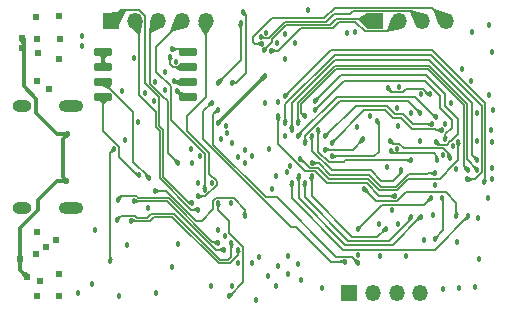
<source format=gbr>
%TF.GenerationSoftware,KiCad,Pcbnew,7.0.2-0*%
%TF.CreationDate,2023-05-06T05:04:52+08:00*%
%TF.ProjectId,slimarm_carambola,736c696d-6172-46d5-9f63-6172616d626f,rev?*%
%TF.SameCoordinates,Original*%
%TF.FileFunction,Copper,L4,Bot*%
%TF.FilePolarity,Positive*%
%FSLAX46Y46*%
G04 Gerber Fmt 4.6, Leading zero omitted, Abs format (unit mm)*
G04 Created by KiCad (PCBNEW 7.0.2-0) date 2023-05-06 05:04:52*
%MOMM*%
%LPD*%
G01*
G04 APERTURE LIST*
G04 Aperture macros list*
%AMRoundRect*
0 Rectangle with rounded corners*
0 $1 Rounding radius*
0 $2 $3 $4 $5 $6 $7 $8 $9 X,Y pos of 4 corners*
0 Add a 4 corners polygon primitive as box body*
4,1,4,$2,$3,$4,$5,$6,$7,$8,$9,$2,$3,0*
0 Add four circle primitives for the rounded corners*
1,1,$1+$1,$2,$3*
1,1,$1+$1,$4,$5*
1,1,$1+$1,$6,$7*
1,1,$1+$1,$8,$9*
0 Add four rect primitives between the rounded corners*
20,1,$1+$1,$2,$3,$4,$5,0*
20,1,$1+$1,$4,$5,$6,$7,0*
20,1,$1+$1,$6,$7,$8,$9,0*
20,1,$1+$1,$8,$9,$2,$3,0*%
G04 Aperture macros list end*
%TA.AperFunction,SMDPad,CuDef*%
%ADD10RoundRect,0.150000X0.650000X0.150000X-0.650000X0.150000X-0.650000X-0.150000X0.650000X-0.150000X0*%
%TD*%
%TA.AperFunction,ComponentPad*%
%ADD11R,1.350000X1.350000*%
%TD*%
%TA.AperFunction,ComponentPad*%
%ADD12O,1.350000X1.350000*%
%TD*%
%TA.AperFunction,ComponentPad*%
%ADD13O,2.100000X1.000000*%
%TD*%
%TA.AperFunction,ComponentPad*%
%ADD14O,1.600000X1.000000*%
%TD*%
%TA.AperFunction,ViaPad*%
%ADD15C,0.457200*%
%TD*%
%TA.AperFunction,ViaPad*%
%ADD16C,0.609600*%
%TD*%
%TA.AperFunction,Conductor*%
%ADD17C,0.304800*%
%TD*%
%TA.AperFunction,Conductor*%
%ADD18C,0.127000*%
%TD*%
G04 APERTURE END LIST*
D10*
%TO.P,U3,1,~{CS}*%
%TO.N,/SPI_CS*%
X31780000Y-18475000D03*
%TO.P,U3,2,DO(IO1)*%
%TO.N,/SPI_MISO*%
X31780000Y-19745000D03*
%TO.P,U3,3,IO2*%
%TO.N,/3v3*%
X31780000Y-21015000D03*
%TO.P,U3,4,GND*%
%TO.N,GND*%
X31780000Y-22285000D03*
%TO.P,U3,5,DI(IO0)*%
%TO.N,/SPI_MOSI*%
X24580000Y-22285000D03*
%TO.P,U3,6,CLK*%
%TO.N,/SPI_CLK*%
X24580000Y-21015000D03*
%TO.P,U3,7,IO3*%
%TO.N,/3v3*%
X24580000Y-19745000D03*
%TO.P,U3,8,VCC*%
X24580000Y-18475000D03*
%TD*%
D11*
%TO.P,J3,1,Pin_1*%
%TO.N,/DEBUG_TXD*%
X47600000Y-15850000D03*
D12*
%TO.P,J3,2,Pin_2*%
%TO.N,/DEBUG_RXD*%
X49600000Y-15850000D03*
%TO.P,J3,3,Pin_3*%
%TO.N,/UART_TXD*%
X51600000Y-15850000D03*
%TO.P,J3,4,Pin_4*%
%TO.N,/UART_RXD*%
X53600000Y-15850000D03*
%TD*%
D11*
%TO.P,J2,1,Pin_1*%
%TO.N,/JTAG_TDI*%
X25270000Y-15800000D03*
D12*
%TO.P,J2,2,Pin_2*%
%TO.N,/JTAG_TMS*%
X27270000Y-15800000D03*
%TO.P,J2,3,Pin_3*%
%TO.N,/JTAG_TCK*%
X29270000Y-15800000D03*
%TO.P,J2,4,Pin_4*%
%TO.N,/JTAG_RST*%
X31270000Y-15800000D03*
%TO.P,J2,5,Pin_5*%
%TO.N,/JTAG_TDO*%
X33270000Y-15800000D03*
%TD*%
D11*
%TO.P,J4,1,Pin_1*%
%TO.N,/UART_UTXD*%
X45440000Y-38870000D03*
D12*
%TO.P,J4,2,Pin_2*%
%TO.N,/UART_URXD*%
X47440000Y-38870000D03*
%TO.P,J4,3,Pin_3*%
%TO.N,/3v3*%
X49440000Y-38870000D03*
%TO.P,J4,4,Pin_4*%
%TO.N,GND*%
X51440000Y-38870000D03*
%TD*%
D13*
%TO.P,J1,S1,SHIELD*%
%TO.N,GND*%
X21861000Y-23000000D03*
D14*
X17681000Y-23000000D03*
D13*
X21861000Y-31640000D03*
D14*
X17681000Y-31640000D03*
%TD*%
D15*
%TO.N,GND*%
X30840000Y-21770000D03*
%TO.N,/SPI_CS*%
X30410000Y-18220000D03*
%TO.N,GND*%
X26170000Y-21760000D03*
%TO.N,/3v3*%
X24580000Y-19060000D03*
%TO.N,/SPI_MISO*%
X30280000Y-18850000D03*
%TO.N,/SPI_CLK*%
X28430000Y-29160000D03*
%TO.N,/SPI_MOSI*%
X27640000Y-28900000D03*
%TO.N,Net-(U1C-NRST)*%
X34321647Y-31255409D03*
X35280000Y-39120000D03*
%TO.N,/DP*%
X34305394Y-34637901D03*
X25830000Y-30970000D03*
%TO.N,/DN*%
X34847375Y-35202157D03*
X27240000Y-31070000D03*
%TO.N,Net-(U1A-JTAGSEL)*%
X25950000Y-39130000D03*
X32760000Y-27260000D03*
X25210000Y-36180000D03*
X25530000Y-26690000D03*
%TO.N,/USBD_FS_DP*%
X25720000Y-32670000D03*
X35453016Y-34649522D03*
%TO.N,/USBD_FS_DN*%
X36029926Y-35215207D03*
X26950000Y-32730000D03*
%TO.N,+3V3*%
X26590000Y-34810000D03*
%TO.N,Net-(U1C-PD5)*%
X36584011Y-32359847D03*
X28940000Y-30230000D03*
%TO.N,/DDR_CS*%
X56830000Y-29440000D03*
X39989724Y-22193220D03*
%TO.N,/DDR_DQM0*%
X52730000Y-26100219D03*
X42530000Y-22600000D03*
%TO.N,/DDR_DQS0*%
X42500000Y-23390000D03*
X53558051Y-25837262D03*
%TO.N,/DDR_WE*%
X50651613Y-27630049D03*
X42818151Y-25032870D03*
%TO.N,/DDR_D2*%
X53920000Y-27410000D03*
X48880000Y-26000000D03*
%TO.N,/DDR_DQM1*%
X52270000Y-22040000D03*
X48666054Y-21520830D03*
%TO.N,/DDR_RAS*%
X55460250Y-28422114D03*
X41680000Y-23910000D03*
%TO.N,/DDR_CKE*%
X42241122Y-25579974D03*
X49849327Y-28411400D03*
%TO.N,/DDR_D13*%
X43380037Y-25598529D03*
X52470000Y-24580000D03*
%TO.N,/DDR_D7*%
X43929673Y-26152866D03*
X53293768Y-25074456D03*
%TO.N,/DDR_D3*%
X48920000Y-26834500D03*
X52888600Y-27576063D03*
%TO.N,/DDR_A10*%
X39412816Y-23901499D03*
X49300000Y-30670000D03*
%TO.N,/DDR_CAS*%
X40002112Y-24455700D03*
X55430432Y-29250490D03*
%TO.N,/DDR_NCLK*%
X56256248Y-28426256D03*
X41110000Y-24470000D03*
%TO.N,/DDR_D11*%
X51451713Y-23629549D03*
X41700000Y-26160000D03*
%TO.N,/DDR_D6*%
X46580000Y-25860000D03*
X43380000Y-26729900D03*
%TO.N,/DDR_D9*%
X47780000Y-24260000D03*
X43939969Y-27295596D03*
%TO.N,/DDR_A11*%
X54500000Y-32370000D03*
X46710000Y-30080000D03*
%TO.N,/DDR_CLK*%
X56260350Y-27622013D03*
X40555409Y-25021647D03*
%TO.N,/DDR_D10*%
X52810000Y-23970000D03*
X41121095Y-25587332D03*
%TO.N,/DDR_D1*%
X42270779Y-27861780D03*
X52710000Y-28730000D03*
%TO.N,/DDR_A12*%
X42241243Y-28992668D03*
X48500000Y-33410000D03*
%TO.N,Net-(U1A-PC1)*%
X35464241Y-21073072D03*
X36430000Y-15070000D03*
X45950000Y-16740000D03*
%TO.N,/DDR_A9*%
X51459749Y-32438687D03*
X41141232Y-28993231D03*
%TO.N,/UART_UTXD*%
X33767175Y-22759808D03*
X45050000Y-36210000D03*
%TO.N,/UART_URXD*%
X46170000Y-36340000D03*
X34330000Y-23330000D03*
%TO.N,/DDR_A7*%
X50659650Y-32438687D03*
X41659165Y-29558756D03*
%TO.N,/DDR_A1*%
X46140000Y-33470000D03*
X52310500Y-30860000D03*
%TO.N,/UART_TXD*%
X34997639Y-24706769D03*
X37945996Y-17185007D03*
%TO.N,/UART_RXD*%
X35039004Y-25289004D03*
X38050515Y-17759275D03*
%TO.N,/DEBUG_TXD*%
X38180345Y-18328354D03*
X34539005Y-25789005D03*
%TO.N,/JTAG_TDI*%
X32103527Y-31250894D03*
%TO.N,/JTAG_TDO*%
X32624602Y-30679729D03*
%TO.N,/JTAG_RST*%
X33201499Y-30124039D03*
%TO.N,/DEBUG_RXD*%
X38763116Y-18361307D03*
X35490000Y-26130000D03*
%TO.N,/JTAG_TCK*%
X30927534Y-27861297D03*
%TO.N,/JTAG_TMS*%
X32624589Y-31809872D03*
%TO.N,/DDR_A8*%
X40555409Y-29558353D03*
X55499773Y-32377718D03*
%TO.N,Net-(U2-VREF)*%
X53250000Y-30811900D03*
X52670000Y-34320000D03*
%TO.N,Net-(U1A-PC2)*%
X45270000Y-16857400D03*
X36230000Y-16040000D03*
X34332870Y-21061849D03*
%TO.N,GND*%
X57290000Y-16170000D03*
X52680995Y-29709005D03*
X36580000Y-26730000D03*
X28113162Y-21903162D03*
X51730000Y-34400000D03*
X37820000Y-35850000D03*
D16*
X18950000Y-39140000D03*
D15*
X30420000Y-36700000D03*
X22430000Y-38850000D03*
D16*
X19770000Y-34960000D03*
D15*
X46090000Y-24780000D03*
X23880000Y-33530000D03*
X54470000Y-28390000D03*
X48050000Y-35730000D03*
X51455955Y-26034051D03*
X53350000Y-38520000D03*
X32060000Y-26710000D03*
X47220000Y-23890000D03*
D16*
X18890000Y-35560000D03*
D15*
X29080000Y-38850000D03*
X49020000Y-31858600D03*
X32080000Y-27860000D03*
X38292668Y-22770128D03*
D16*
X20890000Y-39140000D03*
D15*
X47950000Y-33050000D03*
X56259003Y-26020434D03*
X29838162Y-20178162D03*
X40203676Y-37283676D03*
X34332847Y-33509967D03*
X29013162Y-21003162D03*
X40796838Y-17733162D03*
X33733162Y-38266838D03*
X53550000Y-24550000D03*
X50200000Y-35730000D03*
X43150000Y-38440000D03*
X56110000Y-38388600D03*
X55790000Y-16750000D03*
X41053676Y-36433676D03*
X30890000Y-34750000D03*
X52550000Y-32270000D03*
X22840000Y-17990000D03*
X51460100Y-22037030D03*
X57480000Y-29220000D03*
X36590000Y-27860000D03*
D16*
X20940000Y-17330000D03*
X19990000Y-21570000D03*
D15*
X46160000Y-35670000D03*
X40160000Y-28580000D03*
X37554004Y-39445996D03*
X39411774Y-22729890D03*
X55000000Y-19900000D03*
X39956838Y-16893162D03*
X37170000Y-27290000D03*
X55730000Y-20910000D03*
X39238676Y-38248676D03*
X56290000Y-32470000D03*
X28350000Y-31640000D03*
X50671165Y-23649694D03*
D16*
X18980000Y-17330000D03*
D15*
X30718162Y-19298162D03*
X22790000Y-17090000D03*
X56258832Y-23639141D03*
X54540000Y-34510000D03*
D16*
X18970000Y-20890000D03*
%TO.N,+5V*%
X17730000Y-17270000D03*
X18142500Y-37497500D03*
X17730000Y-18080000D03*
D15*
X21597015Y-25362985D03*
D16*
X17530000Y-35960000D03*
D15*
X21540000Y-29390000D03*
%TO.N,/DDR_D0*%
X41240000Y-27500000D03*
X54650114Y-26048400D03*
%TO.N,/3v3*%
X41970000Y-14890000D03*
X38418162Y-16841838D03*
D16*
X20810000Y-37220000D03*
D15*
X23678000Y-38090000D03*
X36010000Y-36320000D03*
X38850000Y-30070000D03*
X29831838Y-21711838D03*
X32630000Y-29540000D03*
X34890000Y-34070000D03*
X27240000Y-18940000D03*
D16*
X19260000Y-37810000D03*
D15*
X39283162Y-17706838D03*
X38287056Y-20480000D03*
X30596838Y-20946838D03*
X34340000Y-24450000D03*
X33770000Y-29570000D03*
X54690000Y-38430000D03*
X28936838Y-22606838D03*
X41310000Y-37770000D03*
%TO.N,/1v8_CPUMEM*%
X39979005Y-19039005D03*
X39260000Y-28970000D03*
D16*
X18970000Y-33660000D03*
D15*
X26400000Y-25930000D03*
X38626661Y-26663339D03*
X39960000Y-25570000D03*
D16*
X20600000Y-34350000D03*
D15*
X40450000Y-28070000D03*
%TO.N,/1v8_DDR*%
X57480000Y-28250000D03*
X57490000Y-26060000D03*
X57410000Y-25070000D03*
X57180000Y-30800000D03*
X57620000Y-23370000D03*
X49560000Y-24700000D03*
X48590000Y-28180000D03*
D16*
X18890000Y-15500000D03*
D15*
X54028910Y-22794266D03*
D16*
X20820000Y-15430000D03*
D15*
X57260000Y-22060000D03*
X49620000Y-21390000D03*
X49450000Y-23157400D03*
X56450000Y-35970000D03*
X54170000Y-26410000D03*
X57540000Y-18490000D03*
X49580000Y-33050000D03*
X53375986Y-27198440D03*
X49490000Y-26630000D03*
%TO.N,/1v0_CPUCORE*%
X27500000Y-24380000D03*
X35520000Y-38230000D03*
X38525000Y-37435000D03*
X36024315Y-27314315D03*
X39400000Y-36560000D03*
D16*
X20870000Y-19010000D03*
D15*
X37160000Y-36300000D03*
X40255000Y-35705000D03*
X35453018Y-31255409D03*
D16*
X19100000Y-18520000D03*
%TD*%
D17*
%TO.N,/3v3*%
X34340000Y-24450000D02*
X38287056Y-20502944D01*
D18*
X38287056Y-20502944D02*
X38287056Y-20480000D01*
%TO.N,GND*%
X31355000Y-22285000D02*
X30840000Y-21770000D01*
X31780000Y-22285000D02*
X31355000Y-22285000D01*
%TO.N,/SPI_CS*%
X31525000Y-18220000D02*
X31780000Y-18475000D01*
X30410000Y-18220000D02*
X31525000Y-18220000D01*
%TO.N,/SPI_MISO*%
X30280000Y-19510000D02*
X30515000Y-19745000D01*
X30280000Y-18850000D02*
X30280000Y-19510000D01*
X30515000Y-19745000D02*
X31780000Y-19745000D01*
%TO.N,/JTAG_TDO*%
X32624602Y-30679729D02*
X33252968Y-30679729D01*
X33252968Y-30679729D02*
X34189100Y-29743597D01*
X34189100Y-29743597D02*
X34189100Y-29396403D01*
X33560000Y-28767303D02*
X33560000Y-27030000D01*
X34189100Y-29396403D02*
X33560000Y-28767303D01*
X33560000Y-27030000D02*
X31660000Y-25130000D01*
X31660000Y-25130000D02*
X31660000Y-23870000D01*
X31660000Y-23870000D02*
X33270000Y-22260000D01*
X33270000Y-22260000D02*
X33270000Y-15800000D01*
%TO.N,/3v3*%
X31780000Y-21015000D02*
X30665000Y-21015000D01*
X30665000Y-21015000D02*
X30596838Y-20946838D01*
X24580000Y-19745000D02*
X24580000Y-18475000D01*
%TO.N,/SPI_CLK*%
X28430000Y-29080000D02*
X28430000Y-29160000D01*
X27080900Y-23504360D02*
X27080900Y-27730900D01*
X24591540Y-21015000D02*
X27080900Y-23504360D01*
X27080900Y-27730900D02*
X28430000Y-29080000D01*
X24580000Y-21015000D02*
X24591540Y-21015000D01*
%TO.N,/SPI_MOSI*%
X24580000Y-22285000D02*
X24580000Y-25147303D01*
X25949100Y-27379100D02*
X27470000Y-28900000D01*
X24580000Y-25147303D02*
X25949100Y-26516403D01*
X25949100Y-26516403D02*
X25949100Y-27379100D01*
X27470000Y-28900000D02*
X27640000Y-28900000D01*
%TO.N,/JTAG_TMS*%
X32069808Y-31809872D02*
X29426000Y-29166064D01*
X29426000Y-29166064D02*
X29426000Y-25132544D01*
X29426000Y-25132544D02*
X29101938Y-24808482D01*
X29101938Y-24808482D02*
X29101938Y-23561938D01*
X32624589Y-31809872D02*
X32069808Y-31809872D01*
X29101938Y-23561938D02*
X27659100Y-22119100D01*
X27659100Y-22119100D02*
X27659100Y-16189100D01*
X27659100Y-16189100D02*
X27270000Y-15800000D01*
%TO.N,/JTAG_TDI*%
X32103527Y-31250894D02*
X31870040Y-31250894D01*
X31870040Y-31250894D02*
X29680000Y-29060854D01*
X29680000Y-29060854D02*
X29680000Y-25027334D01*
X29680000Y-25027334D02*
X29355938Y-24703272D01*
X27624002Y-14930000D02*
X26140000Y-14930000D01*
X26140000Y-14930000D02*
X25270000Y-15800000D01*
X29355938Y-24703272D02*
X29355938Y-22297845D01*
X29355938Y-22297845D02*
X28135500Y-21077407D01*
X28135500Y-15441498D02*
X27624002Y-14930000D01*
X28135500Y-21077407D02*
X28135500Y-15441498D01*
%TO.N,Net-(U1C-NRST)*%
X35286000Y-32801237D02*
X34321647Y-31836884D01*
X35286000Y-33816000D02*
X35286000Y-32801237D01*
X36460000Y-37970000D02*
X36460000Y-34990000D01*
X36460000Y-34990000D02*
X35286000Y-33816000D01*
X35310000Y-39120000D02*
X36460000Y-37970000D01*
X34321647Y-31836884D02*
X34321647Y-31255409D01*
X35280000Y-39120000D02*
X35310000Y-39120000D01*
%TO.N,/DP*%
X33824604Y-34515394D02*
X34305394Y-34515394D01*
X25830000Y-30970000D02*
X26149100Y-30650900D01*
X26149100Y-30650900D02*
X27413597Y-30650900D01*
X30125210Y-30816000D02*
X33824604Y-34515394D01*
X27413597Y-30650900D02*
X27578697Y-30816000D01*
X27578697Y-30816000D02*
X30125210Y-30816000D01*
X34305394Y-34515394D02*
X34305394Y-34637901D01*
%TO.N,/DN*%
X34152157Y-35202157D02*
X34847375Y-35202157D01*
X27240000Y-31070000D02*
X30020000Y-31070000D01*
X30020000Y-31070000D02*
X34152157Y-35202157D01*
%TO.N,Net-(U1A-JTAGSEL)*%
X25210000Y-36180000D02*
X25210000Y-27010000D01*
X25210000Y-27010000D02*
X25530000Y-26690000D01*
%TO.N,/USBD_FS_DP*%
X34485210Y-36076000D02*
X35200000Y-36076000D01*
X35200000Y-36076000D02*
X35453016Y-35822984D01*
X35453016Y-35822984D02*
X35453016Y-34649522D01*
X30555210Y-32146000D02*
X34485210Y-36076000D01*
X27304900Y-32310900D02*
X27470000Y-32476000D01*
X28600000Y-32146000D02*
X30555210Y-32146000D01*
X27470000Y-32476000D02*
X28270000Y-32476000D01*
X26079100Y-32310900D02*
X27304900Y-32310900D01*
X25720000Y-32670000D02*
X26079100Y-32310900D01*
X28270000Y-32476000D02*
X28600000Y-32146000D01*
%TO.N,/USBD_FS_DN*%
X26950000Y-32730000D02*
X28522697Y-32730000D01*
X28522697Y-32730000D02*
X28852697Y-32400000D01*
X28852697Y-32400000D02*
X30450000Y-32400000D01*
X34380000Y-36330000D02*
X35305210Y-36330000D01*
X36029926Y-35605284D02*
X36029926Y-35215207D01*
X30450000Y-32400000D02*
X34380000Y-36330000D01*
X35305210Y-36330000D02*
X36029926Y-35605284D01*
%TO.N,Net-(U1C-PD5)*%
X35626615Y-30836309D02*
X34148050Y-30836309D01*
X29898420Y-30230000D02*
X28940000Y-30230000D01*
X34148050Y-30836309D02*
X33902547Y-31081812D01*
X32428420Y-32760000D02*
X29898420Y-30230000D01*
X36584011Y-31793705D02*
X35626615Y-30836309D01*
X33902547Y-31776994D02*
X32919541Y-32760000D01*
X32919541Y-32760000D02*
X32428420Y-32760000D01*
X33902547Y-31081812D02*
X33902547Y-31776994D01*
X36584011Y-32359847D02*
X36584011Y-31793705D01*
%TO.N,/DDR_CS*%
X56830000Y-29440000D02*
X56954000Y-29316000D01*
X56954000Y-29316000D02*
X56954000Y-22804000D01*
X56954000Y-22804000D02*
X52410000Y-18260000D01*
X43922944Y-18260000D02*
X39989724Y-22193220D01*
X52410000Y-18260000D02*
X43922944Y-18260000D01*
%TO.N,/DDR_DQM0*%
X53687303Y-26300000D02*
X53996403Y-25990900D01*
X52730000Y-26100219D02*
X52929781Y-26300000D01*
X54620000Y-24110000D02*
X53570000Y-23060000D01*
X54039100Y-25990900D02*
X54620000Y-25410000D01*
X53570000Y-22050000D02*
X51930000Y-20410000D01*
X54620000Y-25410000D02*
X54620000Y-24110000D01*
X51930000Y-20410000D02*
X44720000Y-20410000D01*
X53996403Y-25990900D02*
X54039100Y-25990900D01*
X53570000Y-23060000D02*
X53570000Y-22050000D01*
X52929781Y-26300000D02*
X53687303Y-26300000D01*
X44720000Y-20410000D02*
X42530000Y-22600000D01*
%TO.N,/DDR_DQS0*%
X44979100Y-20910900D02*
X42500000Y-23390000D01*
X53558051Y-25837262D02*
X53558051Y-25431949D01*
X53120000Y-22170000D02*
X51860900Y-20910900D01*
X51860900Y-20910900D02*
X44979100Y-20910900D01*
X53558051Y-25431949D02*
X54126000Y-24864000D01*
X54126000Y-24176000D02*
X53120000Y-23170000D01*
X53120000Y-23170000D02*
X53120000Y-22170000D01*
X54126000Y-24864000D02*
X54126000Y-24176000D01*
%TO.N,/DDR_WE*%
X44980463Y-27760000D02*
X43690000Y-27760000D01*
X43690000Y-27760000D02*
X42818151Y-26888151D01*
X42818151Y-26888151D02*
X42818151Y-25032870D01*
X50651613Y-27630049D02*
X50643575Y-27638087D01*
X50643575Y-27638087D02*
X45102376Y-27638087D01*
X45102376Y-27638087D02*
X44980463Y-27760000D01*
%TO.N,/DDR_D2*%
X53350243Y-26580000D02*
X53920000Y-27149757D01*
X48880000Y-26000000D02*
X49090900Y-26210900D01*
X49663597Y-26210900D02*
X50032697Y-26580000D01*
X50032697Y-26580000D02*
X53350243Y-26580000D01*
X49090900Y-26210900D02*
X49663597Y-26210900D01*
X53920000Y-27149757D02*
X53920000Y-27410000D01*
%TO.N,/DDR_DQM1*%
X50221712Y-21618288D02*
X51633348Y-21618288D01*
X49984000Y-21856000D02*
X50221712Y-21618288D01*
X48666054Y-21520830D02*
X49001224Y-21856000D01*
X52055060Y-22040000D02*
X52270000Y-22040000D01*
X51633348Y-21618288D02*
X52055060Y-22040000D01*
X49001224Y-21856000D02*
X49984000Y-21856000D01*
%TO.N,/DDR_RAS*%
X41680000Y-23910000D02*
X41364000Y-23594000D01*
X52094790Y-19924000D02*
X55120000Y-22949210D01*
X55120000Y-28081864D02*
X55460250Y-28422114D01*
X55120000Y-22949210D02*
X55120000Y-28081864D01*
X44325210Y-19924000D02*
X52094790Y-19924000D01*
X41364000Y-22885210D02*
X44325210Y-19924000D01*
X41364000Y-23594000D02*
X41364000Y-22885210D01*
%TO.N,/DDR_CKE*%
X42241122Y-26801122D02*
X42241122Y-25579974D01*
X48130000Y-29390000D02*
X47230000Y-28490000D01*
X43930000Y-28490000D02*
X42241122Y-26801122D01*
X47230000Y-28490000D02*
X43930000Y-28490000D01*
X49849327Y-28680673D02*
X49140000Y-29390000D01*
X49849327Y-28411400D02*
X49849327Y-28680673D01*
X49140000Y-29390000D02*
X48130000Y-29390000D01*
%TO.N,/DDR_D13*%
X50810000Y-24580000D02*
X49960000Y-23730000D01*
X48590000Y-23000000D02*
X45978566Y-23000000D01*
X49320000Y-23730000D02*
X48590000Y-23000000D01*
X49960000Y-23730000D02*
X49320000Y-23730000D01*
X52470000Y-24580000D02*
X50810000Y-24580000D01*
X45978566Y-23000000D02*
X43380037Y-25598529D01*
%TO.N,/DDR_D7*%
X52643597Y-24999100D02*
X50729100Y-24999100D01*
X49800000Y-24070000D02*
X49100000Y-24070000D01*
X46682539Y-23400000D02*
X43929673Y-26152866D01*
X52734455Y-25074456D02*
X52651348Y-24991349D01*
X53293768Y-25074456D02*
X52734455Y-25074456D01*
X52651348Y-24991349D02*
X52643597Y-24999100D01*
X49100000Y-24070000D02*
X48430000Y-23400000D01*
X50729100Y-24999100D02*
X49800000Y-24070000D01*
X48430000Y-23400000D02*
X46682539Y-23400000D01*
%TO.N,/DDR_D3*%
X52888600Y-27338600D02*
X52599100Y-27049100D01*
X49134600Y-27049100D02*
X48920000Y-26834500D01*
X52599100Y-27049100D02*
X49134600Y-27049100D01*
X52888600Y-27576063D02*
X52888600Y-27338600D01*
%TO.N,/DDR_A10*%
X39412816Y-26265513D02*
X39412816Y-23901499D01*
X49300000Y-30670000D02*
X47980000Y-30670000D01*
X42504880Y-28534880D02*
X41682183Y-28534880D01*
X46900000Y-29590000D02*
X43560000Y-29590000D01*
X47980000Y-30670000D02*
X46900000Y-29590000D01*
X41682183Y-28534880D02*
X39412816Y-26265513D01*
X43560000Y-29590000D02*
X42504880Y-28534880D01*
%TO.N,/DDR_CAS*%
X56059510Y-29250490D02*
X56700000Y-28610000D01*
X56700000Y-28610000D02*
X56700000Y-23070000D01*
X44180000Y-18680000D02*
X40002112Y-22857888D01*
X52310000Y-18680000D02*
X44180000Y-18680000D01*
X55430432Y-29250490D02*
X56059510Y-29250490D01*
X40002112Y-22857888D02*
X40002112Y-24455700D01*
X56700000Y-23070000D02*
X52310000Y-18680000D01*
%TO.N,/DDR_NCLK*%
X44220000Y-19670000D02*
X52200000Y-19670000D01*
X41110000Y-24470000D02*
X41110000Y-22780000D01*
X55374000Y-22844000D02*
X55374000Y-27544008D01*
X41110000Y-22780000D02*
X44220000Y-19670000D01*
X55374000Y-27544008D02*
X56256248Y-28426256D01*
X52200000Y-19670000D02*
X55374000Y-22844000D01*
%TO.N,/DDR_D11*%
X44638399Y-22590000D02*
X41700000Y-25528399D01*
X51451713Y-23629549D02*
X50412164Y-22590000D01*
X41700000Y-25528399D02*
X41700000Y-26160000D01*
X50412164Y-22590000D02*
X44638399Y-22590000D01*
%TO.N,/DDR_D6*%
X46580000Y-25860000D02*
X45710100Y-26729900D01*
X45710100Y-26729900D02*
X43380000Y-26729900D01*
%TO.N,/DDR_D9*%
X47910000Y-26910000D02*
X47524404Y-27295596D01*
X47524404Y-27295596D02*
X43939969Y-27295596D01*
X47910000Y-24390000D02*
X47910000Y-26910000D01*
X47780000Y-24260000D02*
X47910000Y-24390000D01*
%TO.N,/DDR_A11*%
X49473597Y-31089100D02*
X50262697Y-30300000D01*
X54500000Y-31220000D02*
X54500000Y-32370000D01*
X46710000Y-30080000D02*
X47719100Y-31089100D01*
X47719100Y-31089100D02*
X49473597Y-31089100D01*
X50262697Y-30300000D02*
X53580000Y-30300000D01*
X53580000Y-30300000D02*
X54500000Y-31220000D01*
%TO.N,/DDR_CLK*%
X55820000Y-22760000D02*
X55820000Y-27181663D01*
X52190000Y-19130000D02*
X55820000Y-22760000D01*
X44220000Y-19130000D02*
X52190000Y-19130000D01*
X40555409Y-22794591D02*
X44220000Y-19130000D01*
X40555409Y-25021647D02*
X40555409Y-22794591D01*
X55820000Y-27181663D02*
X56260350Y-27622013D01*
%TO.N,/DDR_D10*%
X52680000Y-23970000D02*
X50960000Y-22250000D01*
X41121095Y-25507959D02*
X41121095Y-25587332D01*
X44379054Y-22250000D02*
X41121095Y-25507959D01*
X50960000Y-22250000D02*
X44379054Y-22250000D01*
X52810000Y-23970000D02*
X52680000Y-23970000D01*
%TO.N,/DDR_D1*%
X52070000Y-28730000D02*
X52030000Y-28770000D01*
X50450000Y-28770000D02*
X49360000Y-29860000D01*
X52030000Y-28770000D02*
X50450000Y-28770000D01*
X43820000Y-28850000D02*
X42831780Y-27861780D01*
X52710000Y-28730000D02*
X52070000Y-28730000D01*
X47130000Y-28850000D02*
X43820000Y-28850000D01*
X49360000Y-29860000D02*
X48140000Y-29860000D01*
X42831780Y-27861780D02*
X42270779Y-27861780D01*
X48140000Y-29860000D02*
X47130000Y-28850000D01*
%TO.N,/DDR_A12*%
X45650000Y-34100000D02*
X42241243Y-30691243D01*
X47810000Y-34100000D02*
X45650000Y-34100000D01*
X48500000Y-33410000D02*
X47810000Y-34100000D01*
X42241243Y-30691243D02*
X42241243Y-28992668D01*
%TO.N,Net-(U1A-PC1)*%
X35836928Y-21073072D02*
X35464241Y-21073072D01*
X36649100Y-15289100D02*
X36649100Y-20260900D01*
X35836928Y-21073072D02*
X36649100Y-20260900D01*
X36430000Y-15070000D02*
X36649100Y-15289100D01*
%TO.N,/DDR_A9*%
X45080000Y-34780000D02*
X41140000Y-30840000D01*
X41140000Y-30840000D02*
X41140000Y-28994463D01*
X51459749Y-32438687D02*
X51441313Y-32438687D01*
X49100000Y-34780000D02*
X45080000Y-34780000D01*
X41140000Y-28994463D02*
X41141232Y-28993231D01*
X51441313Y-32438687D02*
X49100000Y-34780000D01*
%TO.N,/UART_UTXD*%
X33080000Y-23446983D02*
X33767175Y-22759808D01*
X33080000Y-25840000D02*
X33080000Y-23446983D01*
X43849210Y-36210000D02*
X40895210Y-33256000D01*
X45050000Y-36210000D02*
X43849210Y-36210000D01*
X40496000Y-33256000D02*
X33080000Y-25840000D01*
X40895210Y-33256000D02*
X40496000Y-33256000D01*
%TO.N,/UART_URXD*%
X44290900Y-35790900D02*
X39269100Y-30769100D01*
X33920900Y-26321690D02*
X33920900Y-23739100D01*
X38368310Y-30769100D02*
X33920900Y-26321690D01*
X33920900Y-23739100D02*
X34330000Y-23330000D01*
X39269100Y-30769100D02*
X38368310Y-30769100D01*
X45620900Y-35790900D02*
X44290900Y-35790900D01*
X46170000Y-36340000D02*
X45620900Y-35790900D01*
%TO.N,/DDR_A7*%
X45330000Y-34440000D02*
X41659165Y-30769165D01*
X50659650Y-32438687D02*
X50659650Y-32600350D01*
X48820000Y-34440000D02*
X45330000Y-34440000D01*
X41659165Y-30769165D02*
X41659165Y-29558756D01*
X50659650Y-32600350D02*
X48820000Y-34440000D01*
%TO.N,/DDR_A1*%
X48170000Y-31440000D02*
X46140000Y-33470000D01*
X52310500Y-30860000D02*
X51730500Y-31440000D01*
X51730500Y-31440000D02*
X48170000Y-31440000D01*
%TO.N,/UART_TXD*%
X45490000Y-15250000D02*
X45755500Y-14984500D01*
X45755500Y-14984500D02*
X50734500Y-14984500D01*
X39978000Y-15912000D02*
X43478000Y-15912000D01*
X44140000Y-15250000D02*
X45490000Y-15250000D01*
X37945996Y-17185007D02*
X38168634Y-17185007D01*
X38629062Y-17260938D02*
X39978000Y-15912000D01*
X50734500Y-14984500D02*
X51600000Y-15850000D01*
X43478000Y-15912000D02*
X44140000Y-15250000D01*
X38244565Y-17260938D02*
X38629062Y-17260938D01*
X38168634Y-17185007D02*
X38244565Y-17260938D01*
%TO.N,/UART_RXD*%
X38050515Y-17759275D02*
X37458570Y-17759275D01*
X52450000Y-14700000D02*
X53600000Y-15850000D01*
X38880000Y-15580000D02*
X43310000Y-15580000D01*
X43310000Y-15580000D02*
X44190000Y-14700000D01*
X37310000Y-17150000D02*
X38880000Y-15580000D01*
X37310000Y-17610705D02*
X37310000Y-17150000D01*
X37458570Y-17759275D02*
X37310000Y-17610705D01*
X44190000Y-14700000D02*
X52450000Y-14700000D01*
%TO.N,/DEBUG_TXD*%
X38864062Y-17393241D02*
X40091303Y-16166000D01*
X38864062Y-17644637D02*
X38864062Y-17393241D01*
X43774000Y-16166000D02*
X44273100Y-15666900D01*
X40091303Y-16166000D02*
X43774000Y-16166000D01*
X47416900Y-15666900D02*
X47600000Y-15850000D01*
X44273100Y-15666900D02*
X47416900Y-15666900D01*
X38180345Y-18328354D02*
X38864062Y-17644637D01*
%TO.N,/JTAG_RST*%
X30314000Y-22558666D02*
X30325938Y-22546728D01*
X30314000Y-24221303D02*
X30314000Y-22558666D01*
X33201499Y-30124039D02*
X33201499Y-27108802D01*
X29070000Y-18000000D02*
X31270000Y-15800000D01*
X30325938Y-21365938D02*
X29070000Y-20110000D01*
X33201499Y-27108802D02*
X30314000Y-24221303D01*
X30325938Y-22546728D02*
X30325938Y-21365938D01*
X29070000Y-20110000D02*
X29070000Y-18000000D01*
%TO.N,/DEBUG_RXD*%
X48734500Y-16715500D02*
X49600000Y-15850000D01*
X41340000Y-16420000D02*
X44080000Y-16420000D01*
X44579100Y-15920900D02*
X45939900Y-15920900D01*
X44080000Y-16420000D02*
X44579100Y-15920900D01*
X46734500Y-16715500D02*
X48734500Y-16715500D01*
X39398693Y-18361307D02*
X41340000Y-16420000D01*
X38763116Y-18361307D02*
X39398693Y-18361307D01*
X45939900Y-15920900D02*
X46734500Y-16715500D01*
%TO.N,/JTAG_TCK*%
X29580000Y-22160000D02*
X29577303Y-22160000D01*
X30060000Y-22640000D02*
X29580000Y-22160000D01*
X28594062Y-16475938D02*
X29270000Y-15800000D01*
X30060000Y-26993763D02*
X30060000Y-22640000D01*
X30927534Y-27861297D02*
X30060000Y-26993763D01*
X29577303Y-22160000D02*
X28594062Y-21176759D01*
X28594062Y-21176759D02*
X28594062Y-16475938D01*
%TO.N,/DDR_A8*%
X40555409Y-30835409D02*
X40555409Y-29558353D01*
X44900000Y-35180000D02*
X40555409Y-30835409D01*
X55499773Y-32377718D02*
X52697491Y-35180000D01*
X52697491Y-35180000D02*
X44900000Y-35180000D01*
%TO.N,Net-(U2-VREF)*%
X53400000Y-30961900D02*
X53400000Y-33560000D01*
X52670000Y-34290000D02*
X52670000Y-34320000D01*
X53400000Y-33560000D02*
X52670000Y-34290000D01*
X53250000Y-30811900D02*
X53400000Y-30961900D01*
%TO.N,Net-(U1A-PC2)*%
X36230000Y-19164719D02*
X36230000Y-16040000D01*
X34332870Y-21061849D02*
X36230000Y-19164719D01*
D17*
%TO.N,+5V*%
X17530000Y-33400000D02*
X19110000Y-31820000D01*
X18930000Y-22400000D02*
X17860000Y-21330000D01*
X17530000Y-36890000D02*
X17530000Y-33400000D01*
X21597015Y-25362985D02*
X20692985Y-25362985D01*
X18930000Y-23600000D02*
X18930000Y-22400000D01*
X21150000Y-29000000D02*
X21540000Y-29390000D01*
X21597015Y-25362985D02*
X21150000Y-25810000D01*
X20687562Y-29390000D02*
X21540000Y-29390000D01*
X17860000Y-17400000D02*
X17730000Y-17270000D01*
X18142500Y-37497500D02*
X18137500Y-37497500D01*
X18137500Y-37497500D02*
X17530000Y-36890000D01*
X19110000Y-31820000D02*
X19110000Y-30967562D01*
X17860000Y-21330000D02*
X17860000Y-17400000D01*
X19110000Y-30967562D02*
X20687562Y-29390000D01*
X20692985Y-25362985D02*
X18930000Y-23600000D01*
X21150000Y-25810000D02*
X21150000Y-29000000D01*
D18*
%TO.N,/DDR_D0*%
X47960000Y-30180000D02*
X49460000Y-30180000D01*
X47000000Y-29220000D02*
X47960000Y-30180000D01*
X41316302Y-27500000D02*
X42097182Y-28280880D01*
X53067303Y-29200000D02*
X54296403Y-27970900D01*
X42780880Y-28280880D02*
X43720000Y-29220000D01*
X43720000Y-29220000D02*
X47000000Y-29220000D01*
X50440000Y-29200000D02*
X53067303Y-29200000D01*
X54296403Y-27970900D02*
X54309100Y-27970900D01*
X49460000Y-30180000D02*
X50440000Y-29200000D01*
X54650114Y-27629886D02*
X54650114Y-26048400D01*
X41240000Y-27500000D02*
X41316302Y-27500000D01*
X42097182Y-28280880D02*
X42780880Y-28280880D01*
X54309100Y-27970900D02*
X54650114Y-27629886D01*
%TD*%
%TA.AperFunction,Conductor*%
%TO.N,/3v3*%
G36*
X38084755Y-20396162D02*
G01*
X38285562Y-20478391D01*
X38289436Y-20480981D01*
X38439345Y-20632207D01*
X38442736Y-20640495D01*
X38439273Y-20648753D01*
X38438154Y-20649729D01*
X38093423Y-20914002D01*
X38084773Y-20916316D01*
X38078032Y-20912990D01*
X37876509Y-20711467D01*
X37873082Y-20703194D01*
X37875018Y-20696748D01*
X37906702Y-20648753D01*
X38070560Y-20400542D01*
X38077976Y-20395528D01*
X38084755Y-20396162D01*
G37*
%TD.AperFunction*%
%TD*%
%TA.AperFunction,Conductor*%
%TO.N,/3v3*%
G36*
X34562534Y-24025956D02*
G01*
X34764043Y-24227465D01*
X34767470Y-24235738D01*
X34765291Y-24242538D01*
X34509637Y-24600455D01*
X34502039Y-24605196D01*
X34493316Y-24603176D01*
X34491879Y-24601964D01*
X34339293Y-24450707D01*
X34188035Y-24298120D01*
X34184644Y-24289832D01*
X34188107Y-24281574D01*
X34189537Y-24280367D01*
X34547462Y-24024707D01*
X34556184Y-24022688D01*
X34562534Y-24025956D01*
G37*
%TD.AperFunction*%
%TD*%
%TA.AperFunction,Conductor*%
%TO.N,GND*%
G36*
X31049505Y-21686915D02*
G01*
X31055736Y-21693092D01*
X31205064Y-22041105D01*
X31205177Y-22050060D01*
X31202585Y-22053992D01*
X31123992Y-22132585D01*
X31115719Y-22136012D01*
X31111105Y-22135064D01*
X30830422Y-22014626D01*
X30763091Y-21985735D01*
X30756841Y-21979325D01*
X30756878Y-21970551D01*
X30837436Y-21773826D01*
X30843740Y-21767471D01*
X31040551Y-21686879D01*
X31049505Y-21686915D01*
G37*
%TD.AperFunction*%
%TD*%
%TA.AperFunction,Conductor*%
%TO.N,GND*%
G36*
X30908112Y-21743504D02*
G01*
X31843966Y-21982129D01*
X31851135Y-21987492D01*
X31852430Y-21996279D01*
X31783179Y-22275730D01*
X31777863Y-22282936D01*
X31770495Y-22284540D01*
X30986523Y-22195005D01*
X30978693Y-22190662D01*
X30977239Y-22188307D01*
X30815297Y-21839077D01*
X30814926Y-21830131D01*
X30817637Y-21825885D01*
X30896954Y-21746568D01*
X30905226Y-21743142D01*
X30908112Y-21743504D01*
G37*
%TD.AperFunction*%
%TD*%
%TA.AperFunction,Conductor*%
%TO.N,/SPI_CS*%
G36*
X30859841Y-18153560D02*
G01*
X30866252Y-18159810D01*
X30867200Y-18164424D01*
X30867200Y-18275575D01*
X30863773Y-18283848D01*
X30859840Y-18286440D01*
X30508165Y-18426930D01*
X30499211Y-18426817D01*
X30493035Y-18420587D01*
X30410893Y-18224520D01*
X30410858Y-18215566D01*
X30410894Y-18215479D01*
X30436835Y-18153559D01*
X30493035Y-18019411D01*
X30499391Y-18013107D01*
X30508165Y-18013069D01*
X30859841Y-18153560D01*
G37*
%TD.AperFunction*%
%TD*%
%TA.AperFunction,Conductor*%
%TO.N,/SPI_MISO*%
G36*
X30284510Y-18850889D02*
G01*
X30480587Y-18933035D01*
X30486892Y-18939391D01*
X30486930Y-18948166D01*
X30436181Y-19075199D01*
X30433590Y-19079131D01*
X30426479Y-19086242D01*
X30375269Y-19186749D01*
X30364732Y-19253269D01*
X30364041Y-19255778D01*
X30346440Y-19299840D01*
X30340189Y-19306252D01*
X30335575Y-19307200D01*
X30224425Y-19307200D01*
X30216152Y-19303773D01*
X30213560Y-19299841D01*
X30168381Y-19186749D01*
X30073069Y-18948164D01*
X30073182Y-18939211D01*
X30079411Y-18933035D01*
X30275479Y-18850893D01*
X30284434Y-18850858D01*
X30284510Y-18850889D01*
G37*
%TD.AperFunction*%
%TD*%
%TA.AperFunction,Conductor*%
%TO.N,/SPI_MISO*%
G36*
X31077878Y-19458569D02*
G01*
X31150617Y-19488201D01*
X31754402Y-19734165D01*
X31760771Y-19740459D01*
X31760823Y-19749414D01*
X31754529Y-19755783D01*
X31754402Y-19755835D01*
X31077880Y-20031429D01*
X31068925Y-20031377D01*
X31067647Y-20030744D01*
X30685880Y-19811871D01*
X30680407Y-19804783D01*
X30680000Y-19801728D01*
X30680000Y-19688278D01*
X30683427Y-19680005D01*
X30685875Y-19678131D01*
X30718523Y-19659414D01*
X30722493Y-19658014D01*
X30829575Y-19641055D01*
X30930082Y-19589844D01*
X31009844Y-19510082D01*
X31020995Y-19488196D01*
X31025593Y-19483366D01*
X31067649Y-19459254D01*
X31076529Y-19458113D01*
X31077878Y-19458569D01*
G37*
%TD.AperFunction*%
%TD*%
%TA.AperFunction,Conductor*%
%TO.N,/JTAG_TDO*%
G36*
X33074441Y-30613288D02*
G01*
X33080853Y-30619539D01*
X33081801Y-30624153D01*
X33081801Y-30735304D01*
X33078374Y-30743577D01*
X33074441Y-30746169D01*
X32722767Y-30886659D01*
X32713813Y-30886546D01*
X32707637Y-30880316D01*
X32625496Y-30684249D01*
X32625460Y-30675294D01*
X32625496Y-30675207D01*
X32648818Y-30619539D01*
X32707637Y-30479140D01*
X32713993Y-30472836D01*
X32722767Y-30472798D01*
X33074441Y-30613288D01*
G37*
%TD.AperFunction*%
%TD*%
%TA.AperFunction,Conductor*%
%TO.N,/JTAG_TDO*%
G36*
X33800666Y-16019659D02*
G01*
X33881914Y-16053444D01*
X33888238Y-16059784D01*
X33888225Y-16068739D01*
X33887832Y-16069588D01*
X33336763Y-17143641D01*
X33329937Y-17149437D01*
X33326353Y-17150000D01*
X33213647Y-17150000D01*
X33205374Y-17146573D01*
X33203237Y-17143641D01*
X32652167Y-16069588D01*
X32651440Y-16060663D01*
X32657236Y-16053837D01*
X32658078Y-16053446D01*
X33265510Y-15800866D01*
X33274458Y-15800854D01*
X33800666Y-16019659D01*
G37*
%TD.AperFunction*%
%TD*%
%TA.AperFunction,Conductor*%
%TO.N,/3v3*%
G36*
X30694385Y-20741890D02*
G01*
X30695928Y-20742675D01*
X31025328Y-20942317D01*
X31034844Y-20948084D01*
X31040143Y-20955303D01*
X31040480Y-20958090D01*
X31040480Y-21069124D01*
X31037053Y-21077397D01*
X31031330Y-21080543D01*
X30693875Y-21155902D01*
X30685054Y-21154360D01*
X30680535Y-21149005D01*
X30597731Y-20951358D01*
X30597696Y-20942404D01*
X30597732Y-20942317D01*
X30679073Y-20748160D01*
X30685430Y-20741854D01*
X30694385Y-20741890D01*
G37*
%TD.AperFunction*%
%TD*%
%TA.AperFunction,Conductor*%
%TO.N,/3v3*%
G36*
X31077878Y-20728569D02*
G01*
X31333132Y-20832552D01*
X31754402Y-21004165D01*
X31760771Y-21010459D01*
X31760823Y-21019414D01*
X31754529Y-21025783D01*
X31754402Y-21025835D01*
X31077880Y-21301429D01*
X31068925Y-21301377D01*
X31067647Y-21300744D01*
X30685880Y-21081871D01*
X30680407Y-21074783D01*
X30680000Y-21071728D01*
X30680000Y-20958275D01*
X30683426Y-20950005D01*
X30685875Y-20948131D01*
X31067649Y-20729254D01*
X31076528Y-20728113D01*
X31077878Y-20728569D01*
G37*
%TD.AperFunction*%
%TD*%
%TA.AperFunction,Conductor*%
%TO.N,/3v3*%
G36*
X24646099Y-19148427D02*
G01*
X24647014Y-19149457D01*
X24873574Y-19436849D01*
X24876005Y-19445467D01*
X24872673Y-19452351D01*
X24588287Y-19737685D01*
X24580019Y-19741126D01*
X24571741Y-19737713D01*
X24571713Y-19737685D01*
X24459741Y-19625340D01*
X24287325Y-19452350D01*
X24283913Y-19444073D01*
X24286424Y-19436850D01*
X24512986Y-19149456D01*
X24520799Y-19145081D01*
X24522174Y-19145000D01*
X24637826Y-19145000D01*
X24646099Y-19148427D01*
G37*
%TD.AperFunction*%
%TD*%
%TA.AperFunction,Conductor*%
%TO.N,/3v3*%
G36*
X24588258Y-18482285D02*
G01*
X24872673Y-18767648D01*
X24876086Y-18775926D01*
X24873574Y-18783150D01*
X24647014Y-19070543D01*
X24639201Y-19074919D01*
X24637826Y-19075000D01*
X24522174Y-19075000D01*
X24513901Y-19071573D01*
X24512986Y-19070543D01*
X24286425Y-18783150D01*
X24283994Y-18774532D01*
X24287324Y-18767651D01*
X24571714Y-18482313D01*
X24579981Y-18478873D01*
X24588258Y-18482285D01*
G37*
%TD.AperFunction*%
%TD*%
%TA.AperFunction,Conductor*%
%TO.N,/SPI_CLK*%
G36*
X25282567Y-21291110D02*
G01*
X25289010Y-21297329D01*
X25289169Y-21306282D01*
X25287405Y-21309322D01*
X25148972Y-21481732D01*
X25148122Y-21482680D01*
X25064366Y-21566436D01*
X25056093Y-21569863D01*
X25051493Y-21568921D01*
X24822983Y-21471204D01*
X24468247Y-21319509D01*
X24461988Y-21313106D01*
X24462000Y-21304368D01*
X24574948Y-21025037D01*
X24581225Y-21018654D01*
X24590077Y-21018538D01*
X25282567Y-21291110D01*
G37*
%TD.AperFunction*%
%TD*%
%TA.AperFunction,Conductor*%
%TO.N,/SPI_CLK*%
G36*
X28207386Y-28764415D02*
G01*
X28508811Y-28943646D01*
X28514170Y-28950818D01*
X28513658Y-28958135D01*
X28432564Y-29156171D01*
X28426258Y-29162528D01*
X28426171Y-29162564D01*
X28231027Y-29242474D01*
X28222072Y-29242438D01*
X28215766Y-29236081D01*
X28215309Y-29234739D01*
X28195532Y-29162564D01*
X28111563Y-28856124D01*
X28112682Y-28847241D01*
X28114570Y-28844765D01*
X28193137Y-28766198D01*
X28201409Y-28762772D01*
X28207386Y-28764415D01*
G37*
%TD.AperFunction*%
%TD*%
%TA.AperFunction,Conductor*%
%TO.N,/SPI_MOSI*%
G36*
X24588258Y-22292285D02*
G01*
X24872673Y-22577648D01*
X24876086Y-22585926D01*
X24873574Y-22593150D01*
X24647014Y-22880543D01*
X24639201Y-22884919D01*
X24637826Y-22885000D01*
X24522174Y-22885000D01*
X24513901Y-22881573D01*
X24512986Y-22880543D01*
X24286425Y-22593150D01*
X24283994Y-22584532D01*
X24287324Y-22577651D01*
X24571714Y-22292313D01*
X24579981Y-22288873D01*
X24588258Y-22292285D01*
G37*
%TD.AperFunction*%
%TD*%
%TA.AperFunction,Conductor*%
%TO.N,/SPI_MOSI*%
G36*
X27309755Y-28645006D02*
G01*
X27629265Y-28670542D01*
X27637239Y-28674617D01*
X27640033Y-28682169D01*
X27640691Y-28895809D01*
X27637290Y-28904093D01*
X27637228Y-28904154D01*
X27487563Y-29052516D01*
X27479275Y-29055907D01*
X27471017Y-29052444D01*
X27470222Y-29051555D01*
X27221171Y-28742560D01*
X27218648Y-28733970D01*
X27222007Y-28726948D01*
X27300559Y-28648396D01*
X27308831Y-28644970D01*
X27309755Y-28645006D01*
G37*
%TD.AperFunction*%
%TD*%
%TA.AperFunction,Conductor*%
%TO.N,/JTAG_TMS*%
G36*
X32535377Y-31603054D02*
G01*
X32541554Y-31609285D01*
X32623694Y-31805351D01*
X32623730Y-31814306D01*
X32623694Y-31814393D01*
X32541554Y-32010458D01*
X32535197Y-32016764D01*
X32526423Y-32016802D01*
X32174749Y-31876312D01*
X32168337Y-31870061D01*
X32167389Y-31865447D01*
X32167389Y-31754296D01*
X32170816Y-31746023D01*
X32174746Y-31743432D01*
X32526424Y-31602941D01*
X32535377Y-31603054D01*
G37*
%TD.AperFunction*%
%TD*%
%TA.AperFunction,Conductor*%
%TO.N,/JTAG_TMS*%
G36*
X27930978Y-15799979D02*
G01*
X27939244Y-15803417D01*
X27942659Y-15811695D01*
X27942467Y-15813791D01*
X27724360Y-17001641D01*
X27719495Y-17009159D01*
X27712852Y-17011228D01*
X27600142Y-17011228D01*
X27592248Y-17008164D01*
X26801725Y-16285544D01*
X26797931Y-16277433D01*
X26800983Y-16269014D01*
X26801315Y-16268666D01*
X27266565Y-15802442D01*
X27274832Y-15799007D01*
X27930978Y-15799979D01*
G37*
%TD.AperFunction*%
%TD*%
%TA.AperFunction,Conductor*%
%TO.N,/JTAG_TDI*%
G36*
X32099509Y-31026024D02*
G01*
X32103533Y-31034024D01*
X32103565Y-31034846D01*
X32104218Y-31246703D01*
X32100817Y-31254987D01*
X32100755Y-31255048D01*
X31950510Y-31403985D01*
X31942222Y-31407376D01*
X31934000Y-31403949D01*
X31675577Y-31145526D01*
X31672150Y-31137253D01*
X31675577Y-31128980D01*
X31675576Y-31128980D01*
X31753678Y-31050878D01*
X31761089Y-31047484D01*
X32091009Y-31023214D01*
X32099509Y-31026024D01*
G37*
%TD.AperFunction*%
%TD*%
%TA.AperFunction,Conductor*%
%TO.N,/JTAG_TDI*%
G36*
X26534254Y-14870847D02*
G01*
X26539054Y-14878407D01*
X26539229Y-14880421D01*
X26539229Y-14990682D01*
X26537945Y-14996010D01*
X25950386Y-16144611D01*
X25943568Y-16150416D01*
X25934642Y-16149699D01*
X25934529Y-16149641D01*
X25924955Y-16144611D01*
X25273298Y-15802258D01*
X25267568Y-15795378D01*
X25063932Y-15137696D01*
X25064759Y-15128780D01*
X25071648Y-15123059D01*
X25073083Y-15122713D01*
X26525516Y-14868896D01*
X26534254Y-14870847D01*
G37*
%TD.AperFunction*%
%TD*%
%TA.AperFunction,Conductor*%
%TO.N,Net-(U1C-NRST)*%
G36*
X35572329Y-38772736D02*
G01*
X35575694Y-38775084D01*
X35654314Y-38853704D01*
X35657741Y-38861977D01*
X35656565Y-38867090D01*
X35495996Y-39197606D01*
X35489298Y-39203550D01*
X35481038Y-39203320D01*
X35283828Y-39122564D01*
X35277471Y-39116258D01*
X35197115Y-38920027D01*
X35197152Y-38911072D01*
X35203509Y-38904766D01*
X35203860Y-38904629D01*
X35563384Y-38772376D01*
X35572329Y-38772736D01*
G37*
%TD.AperFunction*%
%TD*%
%TA.AperFunction,Conductor*%
%TO.N,Net-(U1C-NRST)*%
G36*
X34326157Y-31256298D02*
G01*
X34522234Y-31338444D01*
X34528539Y-31344800D01*
X34528577Y-31353574D01*
X34388087Y-31705249D01*
X34381836Y-31711661D01*
X34377222Y-31712609D01*
X34266072Y-31712609D01*
X34257799Y-31709182D01*
X34255207Y-31705250D01*
X34255207Y-31705249D01*
X34114716Y-31353573D01*
X34114829Y-31344620D01*
X34121058Y-31338444D01*
X34317126Y-31256302D01*
X34326081Y-31256267D01*
X34326157Y-31256298D01*
G37*
%TD.AperFunction*%
%TD*%
%TA.AperFunction,Conductor*%
%TO.N,/DP*%
G36*
X34301138Y-34413180D02*
G01*
X34305389Y-34421061D01*
X34305450Y-34422201D01*
X34306372Y-34633003D01*
X34302981Y-34641291D01*
X34302920Y-34641353D01*
X34151449Y-34791892D01*
X34143165Y-34795293D01*
X34135541Y-34792437D01*
X33893038Y-34582393D01*
X33889028Y-34574386D01*
X33888998Y-34573549D01*
X33888998Y-34462458D01*
X33892425Y-34454185D01*
X33899507Y-34450819D01*
X34292561Y-34410613D01*
X34301138Y-34413180D01*
G37*
%TD.AperFunction*%
%TD*%
%TA.AperFunction,Conductor*%
%TO.N,/DP*%
G36*
X26154130Y-30600441D02*
G01*
X26155026Y-30604930D01*
X26155026Y-30712509D01*
X26154431Y-30716193D01*
X26045153Y-31045561D01*
X26039295Y-31052334D01*
X26030364Y-31052982D01*
X26029589Y-31052694D01*
X25884780Y-30992995D01*
X25833515Y-30971861D01*
X25827174Y-30965541D01*
X25746929Y-30769570D01*
X25746965Y-30760617D01*
X25753265Y-30754335D01*
X26138838Y-30594125D01*
X26147791Y-30594116D01*
X26154130Y-30600441D01*
G37*
%TD.AperFunction*%
%TD*%
%TA.AperFunction,Conductor*%
%TO.N,/DN*%
G36*
X34758163Y-34995339D02*
G01*
X34764340Y-35001570D01*
X34846480Y-35197636D01*
X34846516Y-35206591D01*
X34846480Y-35206678D01*
X34764340Y-35402743D01*
X34757983Y-35409049D01*
X34749209Y-35409087D01*
X34397535Y-35268597D01*
X34391123Y-35262346D01*
X34390175Y-35257732D01*
X34390175Y-35146581D01*
X34393602Y-35138308D01*
X34397532Y-35135717D01*
X34749210Y-34995226D01*
X34758163Y-34995339D01*
G37*
%TD.AperFunction*%
%TD*%
%TA.AperFunction,Conductor*%
%TO.N,/DN*%
G36*
X27365052Y-30873810D02*
G01*
X27368982Y-30876400D01*
X27419286Y-30926704D01*
X27421554Y-30929900D01*
X27425527Y-30938149D01*
X27450709Y-30958231D01*
X27451687Y-30959105D01*
X27458857Y-30966275D01*
X27467445Y-30971672D01*
X27468515Y-30972431D01*
X27493692Y-30992510D01*
X27493693Y-30992510D01*
X27493694Y-30992511D01*
X27502619Y-30994547D01*
X27506235Y-30996045D01*
X27513991Y-31000919D01*
X27546010Y-31004526D01*
X27547275Y-31004740D01*
X27557176Y-31007000D01*
X27567314Y-31007000D01*
X27568623Y-31007073D01*
X27600632Y-31010680D01*
X27609272Y-31007656D01*
X27613135Y-31007000D01*
X27685500Y-31007000D01*
X27693773Y-31010427D01*
X27697200Y-31018700D01*
X27697200Y-31125575D01*
X27693773Y-31133848D01*
X27689840Y-31136440D01*
X27338165Y-31276930D01*
X27329211Y-31276817D01*
X27323035Y-31270587D01*
X27240893Y-31074520D01*
X27240858Y-31065566D01*
X27240894Y-31065479D01*
X27265118Y-31007657D01*
X27323035Y-30869411D01*
X27329391Y-30863107D01*
X27338165Y-30863069D01*
X27365052Y-30873810D01*
G37*
%TD.AperFunction*%
%TD*%
%TA.AperFunction,Conductor*%
%TO.N,Net-(U1A-JTAGSEL)*%
G36*
X25273848Y-35726227D02*
G01*
X25276440Y-35730160D01*
X25416930Y-36081834D01*
X25416817Y-36090788D01*
X25410586Y-36096965D01*
X25214521Y-36179105D01*
X25205566Y-36179141D01*
X25205479Y-36179105D01*
X25009413Y-36096965D01*
X25003107Y-36090608D01*
X25003069Y-36081835D01*
X25143560Y-35730158D01*
X25149811Y-35723748D01*
X25154425Y-35722800D01*
X25265575Y-35722800D01*
X25273848Y-35726227D01*
G37*
%TD.AperFunction*%
%TD*%
%TA.AperFunction,Conductor*%
%TO.N,Net-(U1A-JTAGSEL)*%
G36*
X25525480Y-26687149D02*
G01*
X25531836Y-26693454D01*
X25531862Y-26693516D01*
X25612686Y-26889569D01*
X25612671Y-26898523D01*
X25606328Y-26904845D01*
X25605534Y-26905139D01*
X25275286Y-27014064D01*
X25271621Y-27014653D01*
X25164073Y-27014653D01*
X25155800Y-27011226D01*
X25152373Y-27002953D01*
X25153278Y-26998440D01*
X25314321Y-26613233D01*
X25320674Y-26606923D01*
X25329548Y-26606920D01*
X25525480Y-26687149D01*
G37*
%TD.AperFunction*%
%TD*%
%TA.AperFunction,Conductor*%
%TO.N,/USBD_FS_DP*%
G36*
X35457526Y-34650411D02*
G01*
X35653603Y-34732557D01*
X35659908Y-34738913D01*
X35659946Y-34747687D01*
X35519456Y-35099362D01*
X35513205Y-35105774D01*
X35508591Y-35106722D01*
X35397441Y-35106722D01*
X35389168Y-35103295D01*
X35386576Y-35099363D01*
X35386576Y-35099362D01*
X35246085Y-34747686D01*
X35246198Y-34738733D01*
X35252427Y-34732557D01*
X35448495Y-34650415D01*
X35457450Y-34650380D01*
X35457526Y-34650411D01*
G37*
%TD.AperFunction*%
%TD*%
%TA.AperFunction,Conductor*%
%TO.N,/USBD_FS_DP*%
G36*
X26003992Y-32307414D02*
G01*
X26082585Y-32386007D01*
X26086012Y-32394280D01*
X26085064Y-32398894D01*
X25935736Y-32746907D01*
X25929325Y-32753158D01*
X25920550Y-32753120D01*
X25723828Y-32672564D01*
X25717471Y-32666258D01*
X25636879Y-32469448D01*
X25636915Y-32460494D01*
X25643089Y-32454265D01*
X25991105Y-32304934D01*
X26000060Y-32304822D01*
X26003992Y-32307414D01*
G37*
%TD.AperFunction*%
%TD*%
%TA.AperFunction,Conductor*%
%TO.N,/USBD_FS_DN*%
G36*
X27399841Y-32663560D02*
G01*
X27406252Y-32669810D01*
X27407200Y-32674424D01*
X27407200Y-32785575D01*
X27403773Y-32793848D01*
X27399840Y-32796440D01*
X27048165Y-32936930D01*
X27039211Y-32936817D01*
X27033035Y-32930587D01*
X26950893Y-32734520D01*
X26950858Y-32725566D01*
X26950894Y-32725479D01*
X26976835Y-32663559D01*
X27033035Y-32529411D01*
X27039391Y-32523107D01*
X27048165Y-32523069D01*
X27399841Y-32663560D01*
G37*
%TD.AperFunction*%
%TD*%
%TA.AperFunction,Conductor*%
%TO.N,/USBD_FS_DN*%
G36*
X36229204Y-35297693D02*
G01*
X36235510Y-35304050D01*
X36235474Y-35313005D01*
X36234973Y-35314053D01*
X36034833Y-35683849D01*
X36027881Y-35689494D01*
X36018974Y-35688570D01*
X36016270Y-35686553D01*
X35939299Y-35609582D01*
X35936670Y-35605555D01*
X35822876Y-35313342D01*
X35823067Y-35304389D01*
X35829281Y-35298295D01*
X36026125Y-35216375D01*
X36035074Y-35216361D01*
X36229204Y-35297693D01*
G37*
%TD.AperFunction*%
%TD*%
%TA.AperFunction,Conductor*%
%TO.N,Net-(U1C-PD5)*%
G36*
X29389839Y-30163559D02*
G01*
X29396251Y-30169810D01*
X29397199Y-30174424D01*
X29397199Y-30285575D01*
X29393772Y-30293848D01*
X29389839Y-30296440D01*
X29038165Y-30436930D01*
X29029211Y-30436817D01*
X29023035Y-30430587D01*
X28940893Y-30234520D01*
X28940858Y-30225566D01*
X28940894Y-30225479D01*
X28966835Y-30163559D01*
X29023035Y-30029411D01*
X29029391Y-30023107D01*
X29038165Y-30023069D01*
X29389839Y-30163559D01*
G37*
%TD.AperFunction*%
%TD*%
%TA.AperFunction,Conductor*%
%TO.N,Net-(U1C-PD5)*%
G36*
X36647859Y-31906074D02*
G01*
X36650451Y-31910007D01*
X36790941Y-32261681D01*
X36790828Y-32270635D01*
X36784597Y-32276812D01*
X36588532Y-32358952D01*
X36579577Y-32358988D01*
X36579490Y-32358952D01*
X36383424Y-32276812D01*
X36377118Y-32270455D01*
X36377080Y-32261682D01*
X36517571Y-31910005D01*
X36523822Y-31903595D01*
X36528436Y-31902647D01*
X36639586Y-31902647D01*
X36647859Y-31906074D01*
G37*
%TD.AperFunction*%
%TD*%
%TA.AperFunction,Conductor*%
%TO.N,/DDR_CS*%
G36*
X57015174Y-29028029D02*
G01*
X57018544Y-29035150D01*
X57057333Y-29427204D01*
X57054738Y-29435774D01*
X57046842Y-29439999D01*
X57045741Y-29440056D01*
X56834897Y-29440978D01*
X56826609Y-29437587D01*
X56826547Y-29437526D01*
X56676049Y-29286096D01*
X56672648Y-29277812D01*
X56675544Y-29270142D01*
X56887004Y-29028594D01*
X56895032Y-29024628D01*
X56895807Y-29024602D01*
X57006901Y-29024602D01*
X57015174Y-29028029D01*
G37*
%TD.AperFunction*%
%TD*%
%TA.AperFunction,Conductor*%
%TO.N,/DDR_CS*%
G36*
X40273716Y-21830634D02*
G01*
X40352309Y-21909227D01*
X40355736Y-21917500D01*
X40354788Y-21922114D01*
X40205460Y-22270127D01*
X40199049Y-22276378D01*
X40190274Y-22276340D01*
X39993552Y-22195784D01*
X39987195Y-22189478D01*
X39906603Y-21992668D01*
X39906639Y-21983714D01*
X39912813Y-21977485D01*
X40260829Y-21828154D01*
X40269784Y-21828042D01*
X40273716Y-21830634D01*
G37*
%TD.AperFunction*%
%TD*%
%TA.AperFunction,Conductor*%
%TO.N,/DDR_DQM0*%
G36*
X52898426Y-25948330D02*
G01*
X52899647Y-25949776D01*
X53010603Y-26105116D01*
X53102270Y-26233449D01*
X53104449Y-26240249D01*
X53104449Y-26350666D01*
X53101022Y-26358939D01*
X53092749Y-26362366D01*
X53091670Y-26362316D01*
X52740574Y-26329798D01*
X52732652Y-26325623D01*
X52729953Y-26318200D01*
X52729021Y-26105114D01*
X52732412Y-26096828D01*
X52732412Y-26096827D01*
X52881880Y-25948278D01*
X52890163Y-25944878D01*
X52898426Y-25948330D01*
G37*
%TD.AperFunction*%
%TD*%
%TA.AperFunction,Conductor*%
%TO.N,/DDR_DQM0*%
G36*
X42813992Y-22237414D02*
G01*
X42892585Y-22316007D01*
X42896012Y-22324280D01*
X42895064Y-22328894D01*
X42745736Y-22676907D01*
X42739325Y-22683158D01*
X42730550Y-22683120D01*
X42533828Y-22602564D01*
X42527471Y-22596258D01*
X42446879Y-22399448D01*
X42446915Y-22390494D01*
X42453089Y-22384265D01*
X42801105Y-22234934D01*
X42810060Y-22234822D01*
X42813992Y-22237414D01*
G37*
%TD.AperFunction*%
%TD*%
%TA.AperFunction,Conductor*%
%TO.N,/DDR_DQS0*%
G36*
X42783992Y-23027414D02*
G01*
X42862585Y-23106007D01*
X42866012Y-23114280D01*
X42865064Y-23118894D01*
X42715736Y-23466907D01*
X42709325Y-23473158D01*
X42700550Y-23473120D01*
X42503828Y-23392564D01*
X42497471Y-23386258D01*
X42416879Y-23189448D01*
X42416915Y-23180494D01*
X42423089Y-23174265D01*
X42771105Y-23024934D01*
X42780060Y-23024822D01*
X42783992Y-23027414D01*
G37*
%TD.AperFunction*%
%TD*%
%TA.AperFunction,Conductor*%
%TO.N,/DDR_DQS0*%
G36*
X53558267Y-25359601D02*
G01*
X53561239Y-25361758D01*
X53638010Y-25438529D01*
X53640530Y-25442284D01*
X53764722Y-25738966D01*
X53764755Y-25747921D01*
X53758447Y-25754277D01*
X53758424Y-25754286D01*
X53561853Y-25836092D01*
X53552899Y-25836106D01*
X53506089Y-25816495D01*
X53358466Y-25754646D01*
X53352160Y-25748289D01*
X53352196Y-25739334D01*
X53352550Y-25738567D01*
X53542537Y-25364729D01*
X53549339Y-25358907D01*
X53558267Y-25359601D01*
G37*
%TD.AperFunction*%
%TD*%
%TA.AperFunction,Conductor*%
%TO.N,/DDR_WE*%
G36*
X42822661Y-25033759D02*
G01*
X43018738Y-25115905D01*
X43025043Y-25122261D01*
X43025081Y-25131035D01*
X42884591Y-25482710D01*
X42878340Y-25489122D01*
X42873726Y-25490070D01*
X42762576Y-25490070D01*
X42754303Y-25486643D01*
X42751711Y-25482711D01*
X42751711Y-25482710D01*
X42611220Y-25131034D01*
X42611333Y-25122081D01*
X42617562Y-25115905D01*
X42813630Y-25033763D01*
X42822585Y-25033728D01*
X42822661Y-25033759D01*
G37*
%TD.AperFunction*%
%TD*%
%TA.AperFunction,Conductor*%
%TO.N,/DDR_WE*%
G36*
X50568652Y-27429640D02*
G01*
X50568668Y-27429678D01*
X50650718Y-27625528D01*
X50650754Y-27634483D01*
X50650718Y-27634570D01*
X50568501Y-27830819D01*
X50562144Y-27837125D01*
X50553560Y-27837237D01*
X50203562Y-27704451D01*
X50197042Y-27698313D01*
X50196012Y-27693512D01*
X50196012Y-27582340D01*
X50199439Y-27574067D01*
X50203149Y-27571567D01*
X50553320Y-27423423D01*
X50562273Y-27423356D01*
X50568652Y-27429640D01*
G37*
%TD.AperFunction*%
%TD*%
%TA.AperFunction,Conductor*%
%TO.N,/DDR_D2*%
G36*
X49048150Y-25848385D02*
G01*
X49049554Y-25850096D01*
X49247845Y-26144435D01*
X49249842Y-26150972D01*
X49249843Y-26261162D01*
X49246416Y-26269435D01*
X49238143Y-26272862D01*
X49236705Y-26272773D01*
X48890216Y-26229865D01*
X48882427Y-26225448D01*
X48879954Y-26218307D01*
X48879021Y-26004895D01*
X48882412Y-25996609D01*
X48882412Y-25996608D01*
X49031605Y-25848333D01*
X49039887Y-25844933D01*
X49048150Y-25848385D01*
G37*
%TD.AperFunction*%
%TD*%
%TA.AperFunction,Conductor*%
%TO.N,/DDR_D2*%
G36*
X53833483Y-26974281D02*
G01*
X53833883Y-26974701D01*
X54074205Y-27240137D01*
X54077218Y-27248570D01*
X54073841Y-27256227D01*
X53924154Y-27407228D01*
X53915896Y-27410691D01*
X53915809Y-27410691D01*
X53704615Y-27410040D01*
X53696352Y-27406588D01*
X53692951Y-27398304D01*
X53693040Y-27396904D01*
X53698824Y-27350740D01*
X53700005Y-27346894D01*
X53718879Y-27309853D01*
X53736525Y-27198440D01*
X53726387Y-27134436D01*
X53726335Y-27131170D01*
X53735331Y-27059368D01*
X53738666Y-27052552D01*
X53816938Y-26974280D01*
X53825210Y-26970854D01*
X53833483Y-26974281D01*
G37*
%TD.AperFunction*%
%TD*%
%TA.AperFunction,Conductor*%
%TO.N,/DDR_DQM1*%
G36*
X48875559Y-21437745D02*
G01*
X48881790Y-21443922D01*
X49031118Y-21791935D01*
X49031231Y-21800890D01*
X49028639Y-21804822D01*
X48950046Y-21883415D01*
X48941773Y-21886842D01*
X48937159Y-21885894D01*
X48656476Y-21765456D01*
X48589145Y-21736565D01*
X48582895Y-21730155D01*
X48582932Y-21721381D01*
X48663490Y-21524656D01*
X48669794Y-21518301D01*
X48866605Y-21437709D01*
X48875559Y-21437745D01*
G37*
%TD.AperFunction*%
%TD*%
%TA.AperFunction,Conductor*%
%TO.N,/DDR_DQM1*%
G36*
X52266349Y-21814941D02*
G01*
X52270031Y-21823104D01*
X52270037Y-21823431D01*
X52270691Y-22035809D01*
X52267290Y-22044093D01*
X52267228Y-22044154D01*
X52116906Y-22193168D01*
X52108618Y-22196559D01*
X52100360Y-22193096D01*
X52100127Y-22192854D01*
X51844856Y-21920126D01*
X51841704Y-21911744D01*
X51845124Y-21903859D01*
X51923646Y-21825337D01*
X51931554Y-21821917D01*
X52257975Y-21811773D01*
X52266349Y-21814941D01*
G37*
%TD.AperFunction*%
%TD*%
%TA.AperFunction,Conductor*%
%TO.N,/DDR_RAS*%
G36*
X41429325Y-23584308D02*
G01*
X41755659Y-23694798D01*
X41762396Y-23700697D01*
X41762989Y-23709632D01*
X41762724Y-23710339D01*
X41681862Y-23906483D01*
X41675540Y-23912826D01*
X41675479Y-23912851D01*
X41479654Y-23993036D01*
X41470699Y-23993000D01*
X41464393Y-23986643D01*
X41464382Y-23986617D01*
X41434369Y-23912826D01*
X41307051Y-23599796D01*
X41307109Y-23590843D01*
X41313481Y-23584552D01*
X41317889Y-23583690D01*
X41425573Y-23583690D01*
X41429325Y-23584308D01*
G37*
%TD.AperFunction*%
%TD*%
%TA.AperFunction,Conductor*%
%TO.N,/DDR_RAS*%
G36*
X55189144Y-28057049D02*
G01*
X55297916Y-28103721D01*
X55537158Y-28206378D01*
X55543408Y-28212788D01*
X55543370Y-28221563D01*
X55462814Y-28418285D01*
X55456508Y-28424642D01*
X55456421Y-28424678D01*
X55259699Y-28505234D01*
X55250744Y-28505198D01*
X55244514Y-28499022D01*
X55095185Y-28151008D01*
X55095072Y-28142053D01*
X55097662Y-28138123D01*
X55176258Y-28059527D01*
X55184530Y-28056101D01*
X55189144Y-28057049D01*
G37*
%TD.AperFunction*%
%TD*%
%TA.AperFunction,Conductor*%
%TO.N,/DDR_CKE*%
G36*
X42245632Y-25580863D02*
G01*
X42441709Y-25663009D01*
X42448014Y-25669365D01*
X42448052Y-25678139D01*
X42307562Y-26029814D01*
X42301311Y-26036226D01*
X42296697Y-26037174D01*
X42185547Y-26037174D01*
X42177274Y-26033747D01*
X42174682Y-26029815D01*
X42174682Y-26029814D01*
X42034191Y-25678138D01*
X42034304Y-25669185D01*
X42040533Y-25663009D01*
X42236601Y-25580867D01*
X42245556Y-25580832D01*
X42245632Y-25580863D01*
G37*
%TD.AperFunction*%
%TD*%
%TA.AperFunction,Conductor*%
%TO.N,/DDR_CKE*%
G36*
X49853420Y-28414109D02*
G01*
X49853481Y-28414171D01*
X50003300Y-28565306D01*
X50006691Y-28573594D01*
X50003798Y-28581246D01*
X49769578Y-28849042D01*
X49761552Y-28853013D01*
X49753068Y-28850146D01*
X49752498Y-28849612D01*
X49674302Y-28771416D01*
X49670992Y-28764791D01*
X49643797Y-28573594D01*
X49622619Y-28424704D01*
X49624846Y-28416032D01*
X49632554Y-28411475D01*
X49634157Y-28411358D01*
X49845136Y-28410708D01*
X49853420Y-28414109D01*
G37*
%TD.AperFunction*%
%TD*%
%TA.AperFunction,Conductor*%
%TO.N,/DDR_D13*%
G36*
X52380788Y-24373182D02*
G01*
X52386965Y-24379413D01*
X52469105Y-24575478D01*
X52469141Y-24584433D01*
X52469105Y-24584520D01*
X52386965Y-24780586D01*
X52380608Y-24786892D01*
X52371834Y-24786930D01*
X52020160Y-24646440D01*
X52013748Y-24640189D01*
X52012800Y-24635575D01*
X52012800Y-24524424D01*
X52016227Y-24516151D01*
X52020157Y-24513560D01*
X52371835Y-24373069D01*
X52380788Y-24373182D01*
G37*
%TD.AperFunction*%
%TD*%
%TA.AperFunction,Conductor*%
%TO.N,/DDR_D13*%
G36*
X43664029Y-25235943D02*
G01*
X43742622Y-25314536D01*
X43746049Y-25322809D01*
X43745101Y-25327423D01*
X43595773Y-25675436D01*
X43589362Y-25681687D01*
X43580587Y-25681649D01*
X43383865Y-25601093D01*
X43377508Y-25594787D01*
X43296916Y-25397977D01*
X43296952Y-25389023D01*
X43303126Y-25382794D01*
X43651142Y-25233463D01*
X43660097Y-25233351D01*
X43664029Y-25235943D01*
G37*
%TD.AperFunction*%
%TD*%
%TA.AperFunction,Conductor*%
%TO.N,/DDR_D7*%
G36*
X44213665Y-25790280D02*
G01*
X44292258Y-25868873D01*
X44295685Y-25877146D01*
X44294737Y-25881760D01*
X44145409Y-26229773D01*
X44138998Y-26236024D01*
X44130223Y-26235986D01*
X43933501Y-26155430D01*
X43927144Y-26149124D01*
X43846552Y-25952314D01*
X43846588Y-25943360D01*
X43852762Y-25937131D01*
X44200778Y-25787800D01*
X44209733Y-25787688D01*
X44213665Y-25790280D01*
G37*
%TD.AperFunction*%
%TD*%
%TA.AperFunction,Conductor*%
%TO.N,/DDR_D7*%
G36*
X53204556Y-24867638D02*
G01*
X53210733Y-24873869D01*
X53292873Y-25069935D01*
X53292909Y-25078890D01*
X53292873Y-25078977D01*
X53210733Y-25275042D01*
X53204376Y-25281348D01*
X53195602Y-25281386D01*
X52843928Y-25140896D01*
X52837516Y-25134645D01*
X52836568Y-25130031D01*
X52836568Y-25018880D01*
X52839995Y-25010607D01*
X52843925Y-25008016D01*
X53195603Y-24867525D01*
X53204556Y-24867638D01*
G37*
%TD.AperFunction*%
%TD*%
%TA.AperFunction,Conductor*%
%TO.N,/DDR_D3*%
G36*
X49131230Y-26750712D02*
G01*
X49136507Y-26755079D01*
X49286383Y-26982672D01*
X49288311Y-26989107D01*
X49288311Y-27099222D01*
X49284884Y-27107495D01*
X49276611Y-27110922D01*
X49275053Y-27110818D01*
X48930097Y-27064457D01*
X48922354Y-27059958D01*
X48919955Y-27052912D01*
X48919034Y-26842368D01*
X48922425Y-26834080D01*
X48926271Y-26831502D01*
X49122277Y-26750697D01*
X49131230Y-26750712D01*
G37*
%TD.AperFunction*%
%TD*%
%TA.AperFunction,Conductor*%
%TO.N,/DDR_D3*%
G36*
X52786336Y-27146655D02*
G01*
X52786396Y-27146715D01*
X53042127Y-27406181D01*
X53045494Y-27414479D01*
X53042103Y-27422631D01*
X52892754Y-27573291D01*
X52884496Y-27576754D01*
X52884409Y-27576754D01*
X52672651Y-27576102D01*
X52664388Y-27572650D01*
X52660987Y-27564366D01*
X52661026Y-27563453D01*
X52673153Y-27414479D01*
X52687973Y-27232407D01*
X52691360Y-27225085D01*
X52769791Y-27146654D01*
X52778063Y-27143228D01*
X52786336Y-27146655D01*
G37*
%TD.AperFunction*%
%TD*%
%TA.AperFunction,Conductor*%
%TO.N,/DDR_A10*%
G36*
X39417326Y-23902388D02*
G01*
X39613403Y-23984534D01*
X39619708Y-23990890D01*
X39619746Y-23999664D01*
X39479256Y-24351339D01*
X39473005Y-24357751D01*
X39468391Y-24358699D01*
X39357241Y-24358699D01*
X39348968Y-24355272D01*
X39346376Y-24351340D01*
X39346376Y-24351339D01*
X39205885Y-23999663D01*
X39205998Y-23990710D01*
X39212227Y-23984534D01*
X39408295Y-23902392D01*
X39417250Y-23902357D01*
X39417326Y-23902388D01*
G37*
%TD.AperFunction*%
%TD*%
%TA.AperFunction,Conductor*%
%TO.N,/DDR_A10*%
G36*
X49210788Y-30463182D02*
G01*
X49216965Y-30469413D01*
X49299105Y-30665478D01*
X49299141Y-30674433D01*
X49299105Y-30674520D01*
X49216965Y-30870586D01*
X49210608Y-30876892D01*
X49201834Y-30876930D01*
X48850160Y-30736440D01*
X48843748Y-30730189D01*
X48842800Y-30725575D01*
X48842800Y-30614424D01*
X48846227Y-30606151D01*
X48850157Y-30603560D01*
X49201835Y-30463069D01*
X49210788Y-30463182D01*
G37*
%TD.AperFunction*%
%TD*%
%TA.AperFunction,Conductor*%
%TO.N,/DDR_CAS*%
G36*
X55880273Y-29184050D02*
G01*
X55886684Y-29190300D01*
X55887632Y-29194914D01*
X55887632Y-29306065D01*
X55884205Y-29314338D01*
X55880272Y-29316930D01*
X55528597Y-29457420D01*
X55519643Y-29457307D01*
X55513467Y-29451077D01*
X55431325Y-29255010D01*
X55431290Y-29246056D01*
X55431326Y-29245969D01*
X55457267Y-29184049D01*
X55513467Y-29049901D01*
X55519823Y-29043597D01*
X55528597Y-29043559D01*
X55880273Y-29184050D01*
G37*
%TD.AperFunction*%
%TD*%
%TA.AperFunction,Conductor*%
%TO.N,/DDR_CAS*%
G36*
X40065960Y-24001927D02*
G01*
X40068552Y-24005860D01*
X40209042Y-24357534D01*
X40208929Y-24366488D01*
X40202698Y-24372665D01*
X40006633Y-24454805D01*
X39997678Y-24454841D01*
X39997591Y-24454805D01*
X39801525Y-24372665D01*
X39795219Y-24366308D01*
X39795181Y-24357535D01*
X39935672Y-24005858D01*
X39941923Y-23999448D01*
X39946537Y-23998500D01*
X40057687Y-23998500D01*
X40065960Y-24001927D01*
G37*
%TD.AperFunction*%
%TD*%
%TA.AperFunction,Conductor*%
%TO.N,/DDR_NCLK*%
G36*
X41173848Y-24016227D02*
G01*
X41176440Y-24020160D01*
X41316930Y-24371834D01*
X41316817Y-24380788D01*
X41310586Y-24386965D01*
X41114521Y-24469105D01*
X41105566Y-24469141D01*
X41105479Y-24469105D01*
X40909413Y-24386965D01*
X40903107Y-24380608D01*
X40903069Y-24371835D01*
X41043560Y-24020158D01*
X41049811Y-24013748D01*
X41054425Y-24012800D01*
X41165575Y-24012800D01*
X41173848Y-24016227D01*
G37*
%TD.AperFunction*%
%TD*%
%TA.AperFunction,Conductor*%
%TO.N,/DDR_NCLK*%
G36*
X55985142Y-28061191D02*
G01*
X56093914Y-28107863D01*
X56333156Y-28210520D01*
X56339406Y-28216930D01*
X56339368Y-28225705D01*
X56258812Y-28422427D01*
X56252506Y-28428784D01*
X56252419Y-28428820D01*
X56055697Y-28509376D01*
X56046742Y-28509340D01*
X56040512Y-28503164D01*
X55891183Y-28155150D01*
X55891070Y-28146195D01*
X55893660Y-28142265D01*
X55972256Y-28063669D01*
X55980528Y-28060243D01*
X55985142Y-28061191D01*
G37*
%TD.AperFunction*%
%TD*%
%TA.AperFunction,Conductor*%
%TO.N,/DDR_D11*%
G36*
X51180607Y-23264484D02*
G01*
X51289379Y-23311156D01*
X51528621Y-23413813D01*
X51534871Y-23420223D01*
X51534833Y-23428998D01*
X51454277Y-23625720D01*
X51447971Y-23632077D01*
X51447884Y-23632113D01*
X51251162Y-23712669D01*
X51242207Y-23712633D01*
X51235977Y-23706457D01*
X51086648Y-23358443D01*
X51086535Y-23349488D01*
X51089125Y-23345558D01*
X51167721Y-23266962D01*
X51175993Y-23263536D01*
X51180607Y-23264484D01*
G37*
%TD.AperFunction*%
%TD*%
%TA.AperFunction,Conductor*%
%TO.N,/DDR_D11*%
G36*
X41763848Y-25706227D02*
G01*
X41766440Y-25710160D01*
X41906930Y-26061834D01*
X41906817Y-26070788D01*
X41900586Y-26076965D01*
X41704521Y-26159105D01*
X41695566Y-26159141D01*
X41695479Y-26159105D01*
X41499413Y-26076965D01*
X41493107Y-26070608D01*
X41493069Y-26061835D01*
X41633560Y-25710158D01*
X41639811Y-25703748D01*
X41644425Y-25702800D01*
X41755575Y-25702800D01*
X41763848Y-25706227D01*
G37*
%TD.AperFunction*%
%TD*%
%TA.AperFunction,Conductor*%
%TO.N,/DDR_D6*%
G36*
X46379448Y-25776878D02*
G01*
X46576171Y-25857435D01*
X46582528Y-25863741D01*
X46582564Y-25863828D01*
X46663120Y-26060550D01*
X46663084Y-26069505D01*
X46656907Y-26075736D01*
X46308894Y-26225064D01*
X46299939Y-26225177D01*
X46296007Y-26222585D01*
X46217414Y-26143992D01*
X46213987Y-26135719D01*
X46214935Y-26131105D01*
X46241367Y-26069505D01*
X46364265Y-25783089D01*
X46370674Y-25776841D01*
X46379448Y-25776878D01*
G37*
%TD.AperFunction*%
%TD*%
%TA.AperFunction,Conductor*%
%TO.N,/DDR_D6*%
G36*
X43829841Y-26663460D02*
G01*
X43836252Y-26669710D01*
X43837200Y-26674324D01*
X43837200Y-26785475D01*
X43833773Y-26793748D01*
X43829840Y-26796340D01*
X43478165Y-26936830D01*
X43469211Y-26936717D01*
X43463035Y-26930487D01*
X43380894Y-26734420D01*
X43380858Y-26725465D01*
X43380894Y-26725378D01*
X43404216Y-26669710D01*
X43463035Y-26529311D01*
X43469391Y-26523007D01*
X43478165Y-26522969D01*
X43829841Y-26663460D01*
G37*
%TD.AperFunction*%
%TD*%
%TA.AperFunction,Conductor*%
%TO.N,/DDR_D9*%
G36*
X44389810Y-27229156D02*
G01*
X44396221Y-27235406D01*
X44397169Y-27240020D01*
X44397169Y-27351171D01*
X44393742Y-27359444D01*
X44389809Y-27362036D01*
X44038134Y-27502526D01*
X44029180Y-27502413D01*
X44023004Y-27496183D01*
X43940862Y-27300116D01*
X43940827Y-27291162D01*
X43940863Y-27291075D01*
X43966804Y-27229155D01*
X44023004Y-27095007D01*
X44029360Y-27088703D01*
X44038134Y-27088665D01*
X44389810Y-27229156D01*
G37*
%TD.AperFunction*%
%TD*%
%TA.AperFunction,Conductor*%
%TO.N,/DDR_D9*%
G36*
X47995915Y-24259944D02*
G01*
X48004172Y-24263407D01*
X48007563Y-24271695D01*
X48007521Y-24272639D01*
X47974413Y-24660684D01*
X47970295Y-24668636D01*
X47962755Y-24671389D01*
X47851658Y-24671389D01*
X47843385Y-24667962D01*
X47843020Y-24667580D01*
X47836720Y-24660684D01*
X47625873Y-24429875D01*
X47622824Y-24421457D01*
X47626211Y-24413739D01*
X47776549Y-24262472D01*
X47784809Y-24259021D01*
X47995915Y-24259944D01*
G37*
%TD.AperFunction*%
%TD*%
%TA.AperFunction,Conductor*%
%TO.N,/DDR_A11*%
G36*
X54563848Y-31916227D02*
G01*
X54566440Y-31920160D01*
X54706930Y-32271834D01*
X54706817Y-32280788D01*
X54700586Y-32286965D01*
X54504521Y-32369105D01*
X54495566Y-32369141D01*
X54495479Y-32369105D01*
X54299413Y-32286965D01*
X54293107Y-32280608D01*
X54293069Y-32271835D01*
X54433560Y-31920158D01*
X54439811Y-31913748D01*
X54444425Y-31912800D01*
X54555575Y-31912800D01*
X54563848Y-31916227D01*
G37*
%TD.AperFunction*%
%TD*%
%TA.AperFunction,Conductor*%
%TO.N,/DDR_A11*%
G36*
X46919505Y-29996915D02*
G01*
X46925736Y-30003092D01*
X47075064Y-30351105D01*
X47075177Y-30360060D01*
X47072585Y-30363992D01*
X46993992Y-30442585D01*
X46985719Y-30446012D01*
X46981105Y-30445064D01*
X46700422Y-30324626D01*
X46633091Y-30295735D01*
X46626841Y-30289325D01*
X46626878Y-30280551D01*
X46707436Y-30083826D01*
X46713740Y-30077471D01*
X46910551Y-29996879D01*
X46919505Y-29996915D01*
G37*
%TD.AperFunction*%
%TD*%
%TA.AperFunction,Conductor*%
%TO.N,/DDR_CLK*%
G36*
X40619257Y-24567874D02*
G01*
X40621849Y-24571807D01*
X40762339Y-24923481D01*
X40762226Y-24932435D01*
X40755995Y-24938612D01*
X40559930Y-25020752D01*
X40550975Y-25020788D01*
X40550888Y-25020752D01*
X40354822Y-24938612D01*
X40348516Y-24932255D01*
X40348478Y-24923482D01*
X40488969Y-24571805D01*
X40495220Y-24565395D01*
X40499834Y-24564447D01*
X40610984Y-24564447D01*
X40619257Y-24567874D01*
G37*
%TD.AperFunction*%
%TD*%
%TA.AperFunction,Conductor*%
%TO.N,/DDR_CLK*%
G36*
X55989244Y-27256948D02*
G01*
X56098016Y-27303620D01*
X56337258Y-27406277D01*
X56343508Y-27412687D01*
X56343470Y-27421462D01*
X56262914Y-27618184D01*
X56256608Y-27624541D01*
X56256521Y-27624577D01*
X56059799Y-27705133D01*
X56050844Y-27705097D01*
X56044614Y-27698921D01*
X55895285Y-27350907D01*
X55895172Y-27341952D01*
X55897762Y-27338022D01*
X55976358Y-27259426D01*
X55984630Y-27256000D01*
X55989244Y-27256948D01*
G37*
%TD.AperFunction*%
%TD*%
%TA.AperFunction,Conductor*%
%TO.N,/DDR_D10*%
G36*
X52487047Y-23682317D02*
G01*
X52800435Y-23739650D01*
X52807956Y-23744510D01*
X52810029Y-23751123D01*
X52810691Y-23965809D01*
X52807290Y-23974093D01*
X52807228Y-23974154D01*
X52658128Y-24121956D01*
X52649840Y-24125347D01*
X52641582Y-24121884D01*
X52640365Y-24120440D01*
X52533600Y-23970707D01*
X52396962Y-23779078D01*
X52394950Y-23770353D01*
X52398214Y-23764015D01*
X52476676Y-23685553D01*
X52484948Y-23682127D01*
X52487047Y-23682317D01*
G37*
%TD.AperFunction*%
%TD*%
%TA.AperFunction,Conductor*%
%TO.N,/DDR_D10*%
G36*
X41358327Y-25193775D02*
G01*
X41436890Y-25272338D01*
X41440317Y-25280611D01*
X41439898Y-25283715D01*
X41335794Y-25662088D01*
X41330295Y-25669155D01*
X41321409Y-25670265D01*
X41320079Y-25669811D01*
X41124923Y-25589896D01*
X41118566Y-25583590D01*
X41037440Y-25385478D01*
X41037477Y-25376523D01*
X41042297Y-25370982D01*
X41344088Y-25191984D01*
X41352949Y-25190712D01*
X41358327Y-25193775D01*
G37*
%TD.AperFunction*%
%TD*%
%TA.AperFunction,Conductor*%
%TO.N,/DDR_D1*%
G36*
X52620788Y-28523182D02*
G01*
X52626965Y-28529413D01*
X52709105Y-28725478D01*
X52709141Y-28734433D01*
X52709105Y-28734520D01*
X52626965Y-28930586D01*
X52620608Y-28936892D01*
X52611834Y-28936930D01*
X52260160Y-28796440D01*
X52253748Y-28790189D01*
X52252800Y-28785575D01*
X52252800Y-28674424D01*
X52256227Y-28666151D01*
X52260157Y-28663560D01*
X52611835Y-28523069D01*
X52620788Y-28523182D01*
G37*
%TD.AperFunction*%
%TD*%
%TA.AperFunction,Conductor*%
%TO.N,/DDR_D1*%
G36*
X42720620Y-27795340D02*
G01*
X42727031Y-27801590D01*
X42727979Y-27806204D01*
X42727979Y-27917355D01*
X42724552Y-27925628D01*
X42720619Y-27928220D01*
X42368944Y-28068710D01*
X42359990Y-28068597D01*
X42353814Y-28062367D01*
X42271672Y-27866300D01*
X42271637Y-27857346D01*
X42271673Y-27857259D01*
X42297614Y-27795339D01*
X42353814Y-27661191D01*
X42360170Y-27654887D01*
X42368944Y-27654849D01*
X42720620Y-27795340D01*
G37*
%TD.AperFunction*%
%TD*%
%TA.AperFunction,Conductor*%
%TO.N,/DDR_A12*%
G36*
X48299448Y-33326878D02*
G01*
X48496171Y-33407435D01*
X48502528Y-33413741D01*
X48502564Y-33413828D01*
X48583120Y-33610550D01*
X48583084Y-33619505D01*
X48576907Y-33625736D01*
X48228894Y-33775064D01*
X48219939Y-33775177D01*
X48216007Y-33772585D01*
X48137414Y-33693992D01*
X48133987Y-33685719D01*
X48134935Y-33681105D01*
X48161367Y-33619505D01*
X48284265Y-33333089D01*
X48290674Y-33326841D01*
X48299448Y-33326878D01*
G37*
%TD.AperFunction*%
%TD*%
%TA.AperFunction,Conductor*%
%TO.N,/DDR_A12*%
G36*
X42245753Y-28993557D02*
G01*
X42441830Y-29075703D01*
X42448135Y-29082059D01*
X42448173Y-29090833D01*
X42307683Y-29442508D01*
X42301432Y-29448920D01*
X42296818Y-29449868D01*
X42185668Y-29449868D01*
X42177395Y-29446441D01*
X42174803Y-29442509D01*
X42174803Y-29442508D01*
X42034312Y-29090832D01*
X42034425Y-29081879D01*
X42040654Y-29075703D01*
X42236722Y-28993561D01*
X42245677Y-28993526D01*
X42245753Y-28993557D01*
G37*
%TD.AperFunction*%
%TD*%
%TA.AperFunction,Conductor*%
%TO.N,Net-(U1A-PC1)*%
G36*
X35849297Y-20967528D02*
G01*
X35853655Y-20970281D01*
X35930826Y-21047452D01*
X35934253Y-21055725D01*
X35930826Y-21063998D01*
X35928422Y-21065847D01*
X35563237Y-21277593D01*
X35554361Y-21278778D01*
X35547246Y-21273340D01*
X35546580Y-21271999D01*
X35465420Y-21078282D01*
X35465385Y-21069331D01*
X35547460Y-20872113D01*
X35553802Y-20865793D01*
X35562174Y-20865584D01*
X35849297Y-20967528D01*
G37*
%TD.AperFunction*%
%TD*%
%TA.AperFunction,Conductor*%
%TO.N,Net-(U1A-PC1)*%
G36*
X36648542Y-15069956D02*
G01*
X36656800Y-15073419D01*
X36660066Y-15079950D01*
X36710624Y-15423041D01*
X36708440Y-15431726D01*
X36700755Y-15436322D01*
X36699049Y-15436447D01*
X36589019Y-15436447D01*
X36582721Y-15434608D01*
X36350769Y-15286468D01*
X36345641Y-15279126D01*
X36346250Y-15272148D01*
X36427001Y-15076273D01*
X36433322Y-15069932D01*
X36437865Y-15069034D01*
X36648542Y-15069956D01*
G37*
%TD.AperFunction*%
%TD*%
%TA.AperFunction,Conductor*%
%TO.N,/DDR_A9*%
G36*
X41145742Y-28994120D02*
G01*
X41341784Y-29076251D01*
X41348090Y-29082608D01*
X41348115Y-29091416D01*
X41206453Y-29442860D01*
X41200181Y-29449252D01*
X41195601Y-29450186D01*
X41084448Y-29450186D01*
X41076175Y-29446759D01*
X41073571Y-29442798D01*
X40934262Y-29091380D01*
X40934399Y-29082426D01*
X40940617Y-29076277D01*
X41136711Y-28994124D01*
X41145666Y-28994089D01*
X41145742Y-28994120D01*
G37*
%TD.AperFunction*%
%TD*%
%TA.AperFunction,Conductor*%
%TO.N,/DDR_A9*%
G36*
X51258896Y-32355442D02*
G01*
X51455920Y-32436122D01*
X51462277Y-32442428D01*
X51462313Y-32442515D01*
X51542724Y-32638883D01*
X51542688Y-32647838D01*
X51536331Y-32654144D01*
X51536158Y-32654214D01*
X51181101Y-32793039D01*
X51172148Y-32792860D01*
X51168567Y-32790415D01*
X51089952Y-32711800D01*
X51086525Y-32703527D01*
X51087608Y-32698611D01*
X51243850Y-32361350D01*
X51250436Y-32355286D01*
X51258896Y-32355442D01*
G37*
%TD.AperFunction*%
%TD*%
%TA.AperFunction,Conductor*%
%TO.N,/UART_UTXD*%
G36*
X33566623Y-22676686D02*
G01*
X33763346Y-22757243D01*
X33769703Y-22763549D01*
X33769739Y-22763636D01*
X33850295Y-22960358D01*
X33850259Y-22969313D01*
X33844082Y-22975544D01*
X33496069Y-23124872D01*
X33487114Y-23124985D01*
X33483182Y-23122393D01*
X33404589Y-23043800D01*
X33401162Y-23035527D01*
X33402110Y-23030913D01*
X33428542Y-22969313D01*
X33551440Y-22682897D01*
X33557849Y-22676649D01*
X33566623Y-22676686D01*
G37*
%TD.AperFunction*%
%TD*%
%TA.AperFunction,Conductor*%
%TO.N,/UART_UTXD*%
G36*
X44960788Y-36003182D02*
G01*
X44966965Y-36009413D01*
X45049105Y-36205479D01*
X45049141Y-36214434D01*
X45049105Y-36214521D01*
X44966965Y-36410586D01*
X44960608Y-36416892D01*
X44951834Y-36416930D01*
X44600160Y-36276440D01*
X44593748Y-36270189D01*
X44592800Y-36265575D01*
X44592800Y-36154424D01*
X44596227Y-36146151D01*
X44600157Y-36143560D01*
X44951835Y-36003069D01*
X44960788Y-36003182D01*
G37*
%TD.AperFunction*%
%TD*%
%TA.AperFunction,Conductor*%
%TO.N,/UART_URXD*%
G36*
X34129448Y-23246878D02*
G01*
X34326171Y-23327435D01*
X34332528Y-23333741D01*
X34332564Y-23333828D01*
X34413120Y-23530550D01*
X34413084Y-23539505D01*
X34406907Y-23545736D01*
X34058894Y-23695064D01*
X34049939Y-23695177D01*
X34046007Y-23692585D01*
X33967414Y-23613992D01*
X33963987Y-23605719D01*
X33964935Y-23601105D01*
X33991367Y-23539505D01*
X34114265Y-23253089D01*
X34120674Y-23246841D01*
X34129448Y-23246878D01*
G37*
%TD.AperFunction*%
%TD*%
%TA.AperFunction,Conductor*%
%TO.N,/UART_URXD*%
G36*
X45898894Y-35974935D02*
G01*
X46007666Y-36021607D01*
X46246908Y-36124264D01*
X46253158Y-36130674D01*
X46253120Y-36139449D01*
X46172564Y-36336171D01*
X46166258Y-36342528D01*
X46166171Y-36342564D01*
X45969449Y-36423120D01*
X45960494Y-36423084D01*
X45954264Y-36416908D01*
X45804935Y-36068894D01*
X45804822Y-36059939D01*
X45807412Y-36056009D01*
X45886008Y-35977413D01*
X45894280Y-35973987D01*
X45898894Y-35974935D01*
G37*
%TD.AperFunction*%
%TD*%
%TA.AperFunction,Conductor*%
%TO.N,/DDR_A7*%
G36*
X41663675Y-29559645D02*
G01*
X41859752Y-29641791D01*
X41866057Y-29648147D01*
X41866095Y-29656921D01*
X41725605Y-30008596D01*
X41719354Y-30015008D01*
X41714740Y-30015956D01*
X41603590Y-30015956D01*
X41595317Y-30012529D01*
X41592725Y-30008597D01*
X41592725Y-30008596D01*
X41452234Y-29656920D01*
X41452347Y-29647967D01*
X41458576Y-29641791D01*
X41654644Y-29559649D01*
X41663599Y-29559614D01*
X41663675Y-29559645D01*
G37*
%TD.AperFunction*%
%TD*%
%TA.AperFunction,Conductor*%
%TO.N,/DDR_A7*%
G36*
X50663743Y-32441396D02*
G01*
X50663804Y-32441458D01*
X50812047Y-32591003D01*
X50815438Y-32599291D01*
X50811975Y-32607549D01*
X50810963Y-32608443D01*
X50495236Y-32856318D01*
X50486613Y-32858731D01*
X50479738Y-32855388D01*
X50401200Y-32776850D01*
X50397773Y-32768577D01*
X50397832Y-32767401D01*
X50413895Y-32608443D01*
X50429990Y-32449176D01*
X50434231Y-32441291D01*
X50441592Y-32438654D01*
X50655459Y-32437995D01*
X50663743Y-32441396D01*
G37*
%TD.AperFunction*%
%TD*%
%TA.AperFunction,Conductor*%
%TO.N,/DDR_A1*%
G36*
X46423992Y-33107414D02*
G01*
X46502585Y-33186007D01*
X46506012Y-33194280D01*
X46505064Y-33198894D01*
X46355736Y-33546907D01*
X46349325Y-33553158D01*
X46340550Y-33553120D01*
X46143828Y-33472564D01*
X46137471Y-33466258D01*
X46056879Y-33269448D01*
X46056915Y-33260494D01*
X46063089Y-33254265D01*
X46411105Y-33104934D01*
X46420060Y-33104822D01*
X46423992Y-33107414D01*
G37*
%TD.AperFunction*%
%TD*%
%TA.AperFunction,Conductor*%
%TO.N,/DDR_A1*%
G36*
X52109948Y-30776878D02*
G01*
X52306671Y-30857435D01*
X52313028Y-30863741D01*
X52313064Y-30863828D01*
X52393620Y-31060550D01*
X52393584Y-31069505D01*
X52387407Y-31075736D01*
X52039394Y-31225064D01*
X52030439Y-31225177D01*
X52026507Y-31222585D01*
X51947914Y-31143992D01*
X51944487Y-31135719D01*
X51945435Y-31131105D01*
X51971867Y-31069505D01*
X52094765Y-30783089D01*
X52101174Y-30776841D01*
X52109948Y-30776878D01*
G37*
%TD.AperFunction*%
%TD*%
%TA.AperFunction,Conductor*%
%TO.N,/UART_TXD*%
G36*
X50622975Y-14924536D02*
G01*
X51845076Y-15223147D01*
X51852298Y-15228439D01*
X51853664Y-15237289D01*
X51853114Y-15238975D01*
X51602853Y-15845508D01*
X51596529Y-15851848D01*
X51596508Y-15851857D01*
X50987840Y-16103571D01*
X50978885Y-16103566D01*
X50972557Y-16097230D01*
X50972323Y-16096615D01*
X50609145Y-15049857D01*
X50608501Y-15046031D01*
X50608501Y-14935903D01*
X50611928Y-14927630D01*
X50620201Y-14924203D01*
X50622975Y-14924536D01*
G37*
%TD.AperFunction*%
%TD*%
%TA.AperFunction,Conductor*%
%TO.N,/UART_TXD*%
G36*
X38043338Y-16980548D02*
G01*
X38045255Y-16981570D01*
X38057283Y-16989497D01*
X38109582Y-17023963D01*
X38113569Y-17028419D01*
X38126480Y-17053758D01*
X38206242Y-17133520D01*
X38306749Y-17184731D01*
X38362946Y-17193631D01*
X38370580Y-17198310D01*
X38372815Y-17205187D01*
X38372816Y-17314953D01*
X38369389Y-17323226D01*
X38363537Y-17326400D01*
X38042948Y-17394202D01*
X38034145Y-17392561D01*
X38029736Y-17387276D01*
X37946890Y-17189527D01*
X37946854Y-17180572D01*
X37946890Y-17180485D01*
X37966567Y-17133518D01*
X38028026Y-16986817D01*
X38034383Y-16980512D01*
X38043338Y-16980548D01*
G37*
%TD.AperFunction*%
%TD*%
%TA.AperFunction,Conductor*%
%TO.N,/UART_RXD*%
G36*
X37961303Y-17552457D02*
G01*
X37967480Y-17558688D01*
X38049620Y-17754754D01*
X38049656Y-17763709D01*
X38049620Y-17763796D01*
X37967480Y-17959861D01*
X37961123Y-17966167D01*
X37952349Y-17966205D01*
X37600675Y-17825715D01*
X37594263Y-17819464D01*
X37593315Y-17814850D01*
X37593315Y-17703699D01*
X37596742Y-17695426D01*
X37600672Y-17692835D01*
X37952350Y-17552344D01*
X37961303Y-17552457D01*
G37*
%TD.AperFunction*%
%TD*%
%TA.AperFunction,Conductor*%
%TO.N,/UART_RXD*%
G36*
X52697109Y-14852693D02*
G01*
X53846245Y-15222498D01*
X53853070Y-15228293D01*
X53853797Y-15237218D01*
X53853476Y-15238097D01*
X53602562Y-15846209D01*
X53596238Y-15852549D01*
X53596209Y-15852562D01*
X52988097Y-16103476D01*
X52979142Y-16103463D01*
X52972818Y-16097123D01*
X52972502Y-16096260D01*
X52602694Y-14947110D01*
X52603421Y-14938186D01*
X52605555Y-14935257D01*
X52685255Y-14855557D01*
X52693527Y-14852131D01*
X52697109Y-14852693D01*
G37*
%TD.AperFunction*%
%TD*%
%TA.AperFunction,Conductor*%
%TO.N,/DEBUG_TXD*%
G36*
X46931628Y-15181618D02*
G01*
X47592129Y-15841142D01*
X47595562Y-15849412D01*
X47592141Y-15857688D01*
X47591552Y-15858239D01*
X46933442Y-16432190D01*
X46924955Y-16435045D01*
X46917277Y-16431439D01*
X46253225Y-15733788D01*
X46250000Y-15725721D01*
X46250000Y-15609831D01*
X46253427Y-15601558D01*
X46255425Y-15599956D01*
X46917092Y-15180018D01*
X46925913Y-15178479D01*
X46931628Y-15181618D01*
G37*
%TD.AperFunction*%
%TD*%
%TA.AperFunction,Conductor*%
%TO.N,/DEBUG_TXD*%
G36*
X38464337Y-17965768D02*
G01*
X38542930Y-18044361D01*
X38546357Y-18052634D01*
X38545409Y-18057248D01*
X38532645Y-18086994D01*
X38530166Y-18090653D01*
X38471434Y-18149385D01*
X38420222Y-18249894D01*
X38402576Y-18361307D01*
X38405381Y-18379015D01*
X38404577Y-18385458D01*
X38396081Y-18405260D01*
X38389670Y-18411512D01*
X38380895Y-18411474D01*
X38184173Y-18330918D01*
X38177816Y-18324612D01*
X38097224Y-18127802D01*
X38097260Y-18118848D01*
X38103434Y-18112619D01*
X38106484Y-18111310D01*
X38109254Y-18110510D01*
X38161928Y-18102168D01*
X38262435Y-18050957D01*
X38272345Y-18041046D01*
X38275993Y-18038576D01*
X38451450Y-17963288D01*
X38460405Y-17963176D01*
X38464337Y-17965768D01*
G37*
%TD.AperFunction*%
%TD*%
%TA.AperFunction,Conductor*%
%TO.N,/JTAG_RST*%
G36*
X33265347Y-29670266D02*
G01*
X33267939Y-29674199D01*
X33408429Y-30025873D01*
X33408316Y-30034827D01*
X33402085Y-30041004D01*
X33206020Y-30123144D01*
X33197065Y-30123180D01*
X33196978Y-30123144D01*
X33000912Y-30041004D01*
X32994606Y-30034647D01*
X32994568Y-30025874D01*
X33135059Y-29674197D01*
X33141310Y-29667787D01*
X33145924Y-29666839D01*
X33257074Y-29666839D01*
X33265347Y-29670266D01*
G37*
%TD.AperFunction*%
%TD*%
%TA.AperFunction,Conductor*%
%TO.N,/JTAG_RST*%
G36*
X30658097Y-15546523D02*
G01*
X31266209Y-15797437D01*
X31272549Y-15803761D01*
X31272562Y-15803790D01*
X31523476Y-16411902D01*
X31523463Y-16420857D01*
X31517123Y-16427181D01*
X31516244Y-16427502D01*
X30367111Y-16797305D01*
X30358186Y-16796578D01*
X30355254Y-16794441D01*
X30275558Y-16714745D01*
X30272131Y-16706472D01*
X30272693Y-16702891D01*
X30642498Y-15553753D01*
X30648293Y-15546929D01*
X30657218Y-15546202D01*
X30658097Y-15546523D01*
G37*
%TD.AperFunction*%
%TD*%
%TA.AperFunction,Conductor*%
%TO.N,/DEBUG_RXD*%
G36*
X48987840Y-15596428D02*
G01*
X49596508Y-15848142D01*
X49602844Y-15854470D01*
X49602853Y-15854491D01*
X49853114Y-16461024D01*
X49853101Y-16469979D01*
X49846761Y-16476303D01*
X49845075Y-16476853D01*
X48622978Y-16775462D01*
X48614128Y-16774096D01*
X48608835Y-16766873D01*
X48608501Y-16764096D01*
X48608501Y-16653973D01*
X48609147Y-16650138D01*
X48674761Y-16461024D01*
X48972316Y-15603403D01*
X48978265Y-15596712D01*
X48987204Y-15596186D01*
X48987840Y-15596428D01*
G37*
%TD.AperFunction*%
%TD*%
%TA.AperFunction,Conductor*%
%TO.N,/DEBUG_RXD*%
G36*
X39212957Y-18294867D02*
G01*
X39219368Y-18301117D01*
X39220316Y-18305731D01*
X39220316Y-18416882D01*
X39216889Y-18425155D01*
X39212956Y-18427747D01*
X38861281Y-18568237D01*
X38852327Y-18568124D01*
X38846151Y-18561894D01*
X38764009Y-18365827D01*
X38763974Y-18356873D01*
X38764010Y-18356786D01*
X38789951Y-18294866D01*
X38846151Y-18160718D01*
X38852507Y-18154414D01*
X38861281Y-18154376D01*
X39212957Y-18294867D01*
G37*
%TD.AperFunction*%
%TD*%
%TA.AperFunction,Conductor*%
%TO.N,/JTAG_TCK*%
G36*
X29270443Y-15802426D02*
G01*
X29272994Y-15806240D01*
X29524190Y-16413654D01*
X29524185Y-16422609D01*
X29518716Y-16428537D01*
X28660074Y-16868730D01*
X28654736Y-16870018D01*
X28542988Y-16870018D01*
X28534715Y-16866591D01*
X28531288Y-16858318D01*
X28531309Y-16857615D01*
X28536826Y-16765986D01*
X28594338Y-15810978D01*
X28598256Y-15802927D01*
X28605998Y-15799983D01*
X29262166Y-15799011D01*
X29270443Y-15802426D01*
G37*
%TD.AperFunction*%
%TD*%
%TA.AperFunction,Conductor*%
%TO.N,/JTAG_TCK*%
G36*
X30656428Y-27496232D02*
G01*
X30765200Y-27542904D01*
X31004442Y-27645561D01*
X31010692Y-27651971D01*
X31010654Y-27660746D01*
X30930098Y-27857468D01*
X30923792Y-27863825D01*
X30923705Y-27863861D01*
X30726983Y-27944417D01*
X30718028Y-27944381D01*
X30711798Y-27938205D01*
X30562469Y-27590191D01*
X30562356Y-27581236D01*
X30564946Y-27577306D01*
X30643542Y-27498710D01*
X30651814Y-27495284D01*
X30656428Y-27496232D01*
G37*
%TD.AperFunction*%
%TD*%
%TA.AperFunction,Conductor*%
%TO.N,/DDR_A8*%
G36*
X40559919Y-29559242D02*
G01*
X40755996Y-29641388D01*
X40762301Y-29647744D01*
X40762339Y-29656518D01*
X40621849Y-30008193D01*
X40615598Y-30014605D01*
X40610984Y-30015553D01*
X40499834Y-30015553D01*
X40491561Y-30012126D01*
X40488969Y-30008194D01*
X40488969Y-30008193D01*
X40348478Y-29656517D01*
X40348591Y-29647564D01*
X40354820Y-29641388D01*
X40550888Y-29559246D01*
X40559843Y-29559211D01*
X40559919Y-29559242D01*
G37*
%TD.AperFunction*%
%TD*%
%TA.AperFunction,Conductor*%
%TO.N,/DDR_A8*%
G36*
X55299221Y-32294596D02*
G01*
X55495944Y-32375153D01*
X55502301Y-32381459D01*
X55502337Y-32381546D01*
X55582893Y-32578268D01*
X55582857Y-32587223D01*
X55576680Y-32593454D01*
X55228667Y-32742782D01*
X55219712Y-32742895D01*
X55215780Y-32740303D01*
X55137187Y-32661710D01*
X55133760Y-32653437D01*
X55134708Y-32648823D01*
X55161140Y-32587223D01*
X55284038Y-32300807D01*
X55290447Y-32294559D01*
X55299221Y-32294596D01*
G37*
%TD.AperFunction*%
%TD*%
%TA.AperFunction,Conductor*%
%TO.N,Net-(U2-VREF)*%
G36*
X53466500Y-30811847D02*
G01*
X53474758Y-30815310D01*
X53478149Y-30823598D01*
X53478141Y-30823991D01*
X53463927Y-31198670D01*
X53460189Y-31206807D01*
X53452235Y-31209926D01*
X53341181Y-31209926D01*
X53333111Y-31206698D01*
X53324683Y-31198670D01*
X53097007Y-30981787D01*
X53093381Y-30973600D01*
X53096606Y-30965246D01*
X53096740Y-30965108D01*
X53246549Y-30814372D01*
X53254809Y-30810921D01*
X53466500Y-30811847D01*
G37*
%TD.AperFunction*%
%TD*%
%TA.AperFunction,Conductor*%
%TO.N,Net-(U2-VREF)*%
G36*
X52936295Y-33945685D02*
G01*
X53014915Y-34024305D01*
X53018342Y-34032578D01*
X53017623Y-34036617D01*
X52885387Y-34396095D01*
X52879314Y-34402677D01*
X52870367Y-34403037D01*
X52869972Y-34402883D01*
X52673828Y-34322564D01*
X52667471Y-34316258D01*
X52586679Y-34118959D01*
X52586715Y-34110006D01*
X52592391Y-34104005D01*
X52922911Y-33943433D01*
X52931848Y-33942901D01*
X52936295Y-33945685D01*
G37*
%TD.AperFunction*%
%TD*%
%TA.AperFunction,Conductor*%
%TO.N,Net-(U1A-PC2)*%
G36*
X36234510Y-16040889D02*
G01*
X36430587Y-16123035D01*
X36436892Y-16129391D01*
X36436930Y-16138165D01*
X36296440Y-16489840D01*
X36290189Y-16496252D01*
X36285575Y-16497200D01*
X36174425Y-16497200D01*
X36166152Y-16493773D01*
X36163560Y-16489841D01*
X36163560Y-16489840D01*
X36023069Y-16138164D01*
X36023182Y-16129211D01*
X36029411Y-16123035D01*
X36225479Y-16040893D01*
X36234434Y-16040858D01*
X36234510Y-16040889D01*
G37*
%TD.AperFunction*%
%TD*%
%TA.AperFunction,Conductor*%
%TO.N,Net-(U1A-PC2)*%
G36*
X34616862Y-20699263D02*
G01*
X34695455Y-20777856D01*
X34698882Y-20786129D01*
X34697934Y-20790743D01*
X34548606Y-21138756D01*
X34542195Y-21145007D01*
X34533420Y-21144969D01*
X34336698Y-21064413D01*
X34330341Y-21058107D01*
X34249749Y-20861297D01*
X34249785Y-20852343D01*
X34255959Y-20846114D01*
X34603975Y-20696783D01*
X34612930Y-20696671D01*
X34616862Y-20699263D01*
G37*
%TD.AperFunction*%
%TD*%
%TA.AperFunction,Conductor*%
%TO.N,+5V*%
G36*
X21592175Y-25138665D02*
G01*
X21596916Y-25146263D01*
X21597075Y-25148135D01*
X21598015Y-25362985D01*
X21597075Y-25577834D01*
X21593612Y-25586092D01*
X21585324Y-25589483D01*
X21583452Y-25589324D01*
X21149592Y-25517014D01*
X21141994Y-25512273D01*
X21139815Y-25505473D01*
X21139815Y-25220496D01*
X21143242Y-25212223D01*
X21149590Y-25208955D01*
X21583453Y-25136645D01*
X21592175Y-25138665D01*
G37*
%TD.AperFunction*%
%TD*%
%TA.AperFunction,Conductor*%
%TO.N,+5V*%
G36*
X21332538Y-28964708D02*
G01*
X21626211Y-29174474D01*
X21690455Y-29220362D01*
X21695196Y-29227960D01*
X21693176Y-29236683D01*
X21691964Y-29238120D01*
X21540707Y-29390707D01*
X21388120Y-29541964D01*
X21379832Y-29545355D01*
X21371574Y-29541892D01*
X21370362Y-29540455D01*
X21114708Y-29182538D01*
X21112688Y-29173815D01*
X21115954Y-29167467D01*
X21317466Y-28965955D01*
X21325738Y-28962529D01*
X21332538Y-28964708D01*
G37*
%TD.AperFunction*%
%TD*%
%TA.AperFunction,Conductor*%
%TO.N,+5V*%
G36*
X21443698Y-25209808D02*
G01*
X21445135Y-25211020D01*
X21597722Y-25362278D01*
X21748979Y-25514864D01*
X21752370Y-25523152D01*
X21748907Y-25531410D01*
X21747470Y-25532622D01*
X21389553Y-25788276D01*
X21380830Y-25790296D01*
X21374480Y-25787028D01*
X21172971Y-25585519D01*
X21169544Y-25577246D01*
X21171722Y-25570447D01*
X21427378Y-25212528D01*
X21434975Y-25207788D01*
X21443698Y-25209808D01*
G37*
%TD.AperFunction*%
%TD*%
%TA.AperFunction,Conductor*%
%TO.N,+5V*%
G36*
X21535160Y-29165680D02*
G01*
X21539901Y-29173278D01*
X21540060Y-29175150D01*
X21541000Y-29390000D01*
X21540060Y-29604849D01*
X21536597Y-29613107D01*
X21528309Y-29616498D01*
X21526437Y-29616339D01*
X21092577Y-29544029D01*
X21084979Y-29539288D01*
X21082800Y-29532488D01*
X21082800Y-29247511D01*
X21086227Y-29239238D01*
X21092575Y-29235970D01*
X21526438Y-29163660D01*
X21535160Y-29165680D01*
G37*
%TD.AperFunction*%
%TD*%
%TA.AperFunction,Conductor*%
%TO.N,+5V*%
G36*
X17824976Y-36966151D02*
G01*
X18250260Y-37210793D01*
X18255723Y-37217889D01*
X18255249Y-37225380D01*
X18145063Y-37493685D01*
X18138750Y-37500036D01*
X18138685Y-37500063D01*
X17870251Y-37610302D01*
X17861296Y-37610275D01*
X17855745Y-37605450D01*
X17606318Y-37185023D01*
X17605045Y-37176160D01*
X17608106Y-37170783D01*
X17810870Y-36968019D01*
X17819142Y-36964593D01*
X17824976Y-36966151D01*
G37*
%TD.AperFunction*%
%TD*%
%TA.AperFunction,Conductor*%
%TO.N,+5V*%
G36*
X18022677Y-17269960D02*
G01*
X18030939Y-17273414D01*
X18034339Y-17281698D01*
X18034330Y-17282114D01*
X18012836Y-17836226D01*
X18009091Y-17844360D01*
X18001145Y-17847472D01*
X17714443Y-17847472D01*
X17706170Y-17844045D01*
X17704245Y-17841508D01*
X17701274Y-17836226D01*
X17454849Y-17398104D01*
X17453780Y-17389213D01*
X17459311Y-17382170D01*
X17460531Y-17381574D01*
X17727821Y-17269910D01*
X17732361Y-17269007D01*
X18022677Y-17269960D01*
G37*
%TD.AperFunction*%
%TD*%
%TA.AperFunction,Conductor*%
%TO.N,/DDR_D0*%
G36*
X41450757Y-27416402D02*
G01*
X41456331Y-27421279D01*
X41634183Y-27724851D01*
X41635408Y-27733721D01*
X41632361Y-27739038D01*
X41553791Y-27817608D01*
X41545518Y-27821035D01*
X41542358Y-27820600D01*
X41427187Y-27788279D01*
X41165160Y-27714746D01*
X41158120Y-27709211D01*
X41157056Y-27700320D01*
X41157487Y-27699064D01*
X41237436Y-27503826D01*
X41243740Y-27497471D01*
X41441804Y-27416366D01*
X41450757Y-27416402D01*
G37*
%TD.AperFunction*%
%TD*%
%TA.AperFunction,Conductor*%
%TO.N,/DDR_D0*%
G36*
X54654624Y-26049289D02*
G01*
X54850701Y-26131435D01*
X54857006Y-26137791D01*
X54857044Y-26146565D01*
X54716554Y-26498240D01*
X54710303Y-26504652D01*
X54705689Y-26505600D01*
X54594539Y-26505600D01*
X54586266Y-26502173D01*
X54583674Y-26498241D01*
X54583674Y-26498240D01*
X54519275Y-26337039D01*
X54518586Y-26334533D01*
X54512893Y-26298587D01*
X54471556Y-26217459D01*
X54471116Y-26216487D01*
X54443183Y-26146565D01*
X54443296Y-26137611D01*
X54449525Y-26131435D01*
X54645593Y-26049293D01*
X54654548Y-26049258D01*
X54654624Y-26049289D01*
G37*
%TD.AperFunction*%
%TD*%
M02*

</source>
